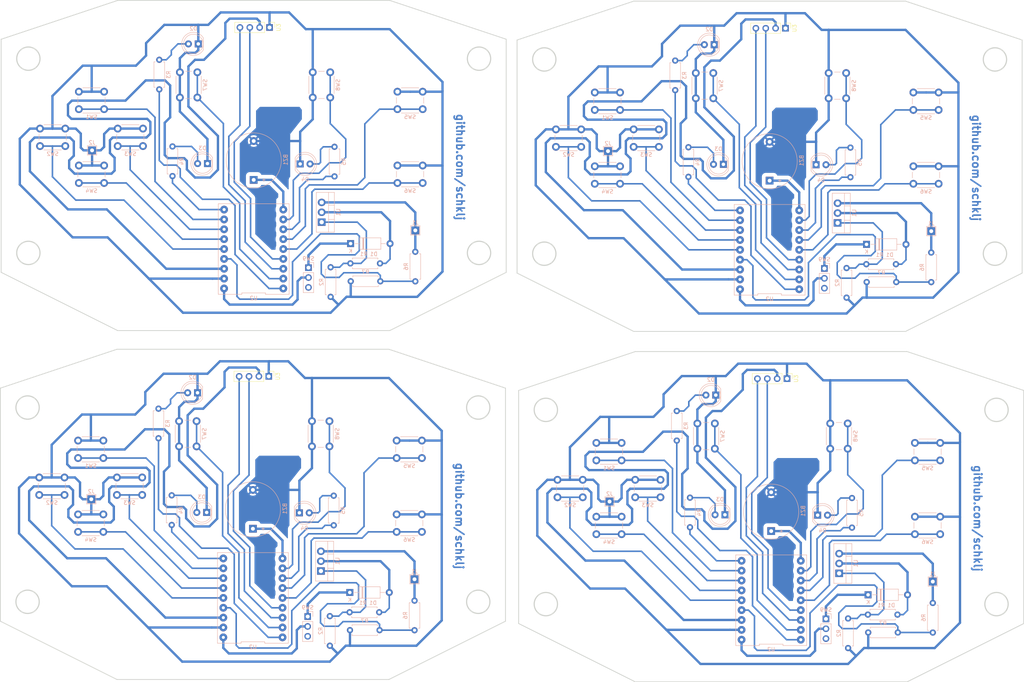
<source format=kicad_pcb>
(kicad_pcb (version 20240108) (generator "pcbnew") (generator_version "8.0")
  (title_block (title "TETRIS") (date "2025-03-30") (rev "2") (company "shklj"))
  (layers (0 "F.Cu" signal) (31 "B.Cu" signal) (34 "B.Paste" user) (35 "F.Paste" user) (36 "B.SilkS" user "B.Silkscreen") (37 "F.SilkS" user "F.Silkscreen") (38 "B.Mask" user) (39 "F.Mask" user) (44 "Edge.Cuts" user))
  (net 0 "")
  (net 1 "GND")
  (net 2 "Net-(D1-A)")
  (net 3 "Net-(D1-K)")
  (net 4 "Net-(D2-A)")
  (net 5 "Net-(D3-A)")
  (net 6 "Net-(D4-A)")
  (net 7 "Net-(J1-Pin_1)")
  (net 8 "Net-(U1-ADJ)")
  (net 10 "Buzzer")
  (net 11 "LED_Mute")
  (net 12 "LED_User_2")
  (net 13 "BUTT_Main_Menu")
  (net 14 "LED_User_1")
  (net 15 "BUTT_Up")
  (net 16 "BUTT_Action_A")
  (net 17 "BUTT_Action_B")
  (net 18 "BUTT_Mute")
  (net 19 "BATT_Voltage")
  (net 20 "BUTT_Left")
  (net 21 "BUTT_Right")
  (net 22 "BUTT_Down")
  (net 23 "+5V")
  (net 24 "SDA")
  (net 25 "+3.3V")
  (net 26 "SCL")
  (footprint "Connector_PinHeader_2.54mm:PinHeader_1x04_P2.54mm_Vertical" (layer "F.Cu") (at 86.88 23.57 -90)
    (property "Reference" "U3")
    (property "Value" "~")
  )
  (footprint "Connector_PinHeader_2.54mm:PinHeader_1x04_P2.54mm_Vertical" (layer "F.Cu") (at 220.08 113.97 -90)
    (property "Reference" "U3")
    (property "Value" "~")
  )
  (footprint "Connector_PinHeader_2.54mm:PinHeader_1x04_P2.54mm_Vertical" (layer "F.Cu") (at 219.68 23.77 -90)
    (property "Reference" "U3")
    (property "Value" "~")
  )
  (footprint "Connector_PinHeader_2.54mm:PinHeader_1x04_P2.54mm_Vertical" (layer "F.Cu") (at 86.68 113.37 -90)
    (property "Reference" "U3")
    (property "Value" "~")
  )
  (footprint "Resistor_THT:R_Axial_DIN0207_L6.3mm_D2.5mm_P7.62mm_Horizontal" (layer "B.Cu") (at 115.11 174.1 180)
    (property "Reference" "R1")
    (property "Value" "3k")
  )
  (footprint "Connector_PinHeader_2.54mm:PinHeader_1x03_P2.54mm_Vertical" (layer "B.Cu") (at 230.1 175.8 180)
    (property "Reference" "SW9")
    (property "Value" "SW_SPDT_312")
  )
  (footprint "Button_Switch_THT:SW_PUSH_6mm" (layer "B.Cu") (at 235.7 132 90)
    (property "Reference" "SW8")
    (property "Value" "MAIN_MENU")
  )
  (footprint "Button_Switch_THT:SW_PUSH_6mm" (layer "B.Cu") (at 171 154)
    (property "Reference" "SW4")
    (property "Value" "DOWN")
  )
  (footprint "Button_Switch_THT:SW_PUSH_6mm" (layer "B.Cu") (at 181 144.5)
    (property "Reference" "SW3")
    (property "Value" "LEFT")
  )
  (footprint "Button_Switch_THT:SW_PUSH_6mm" (layer "B.Cu") (at 119.8 44.6)
    (property "Reference" "SW5")
    (property "Value" "ACTION_A")
  )
  (footprint "Resistor_THT:R_Axial_DIN0207_L6.3mm_D2.5mm_P7.62mm_Horizontal" (layer "B.Cu") (at 248.6 179.3 180)
    (property "Reference" "R7")
    (property "Value" "5k1")
  )
  (footprint "RP2040:PR2040-Zero" (layer "B.Cu") (at 215.6 80.8 90)
    (property "Reference" "U2")
    (property "Value" "~")
  )
  (footprint "TestPoint:TestPoint_THTPad_2.0x2.0mm_Drill1.0mm" (layer "B.Cu") (at 174 55.4 180)
    (property "Reference" "J2")
    (property "Value" "GND")
  )
  (footprint "Resistor_THT:R_Axial_DIN0207_L6.3mm_D2.5mm_P7.62mm_Horizontal" (layer "B.Cu") (at 257.2 81.5 -90)
    (property "Reference" "R6")
    (property "Value" "5k1")
  )
  (footprint "Connector_PinHeader_2.54mm:PinHeader_1x03_P2.54mm_Vertical" (layer "B.Cu") (at 96.7 175.2 180)
    (property "Reference" "SW9")
    (property "Value" "SW_SPDT_312")
  )
  (footprint "LED_THT:LED_D5.0mm" (layer "B.Cu") (at 201.74 118.2 180)
    (property "Reference" "D2")
    (property "Value" "LED_MUTE")
  )
  (footprint "TestPoint:TestPoint_THTPad_2.0x2.0mm_Drill1.0mm" (layer "B.Cu") (at 257.2 76 180)
    (property "Reference" "J1")
    (property "Value" "Vbatt")
  )
  (footprint "Buzzer_Beeper:Buzzer_D14mm_H7mm_P10mm" (layer "B.Cu") (at 82.6 152.6 90)
    (property "Reference" "BZ1")
    (property "Value" "Buzzer")
  )
  (footprint "Resistor_THT:R_Axial_DIN0207_L6.3mm_D2.5mm_P7.62mm_Horizontal" (layer "B.Cu") (at 191.3 39.71 90)
    (property "Reference" "R3")
    (property "Value" "180")
  )
  (footprint "LED_THT:LED_D5.0mm" (layer "B.Cu") (at 70.7 148.4 180)
    (property "Reference" "D3")
    (property "Value" "LED_USER_2")
  )
  (footprint "Resistor_THT:R_Axial_DIN0207_L6.3mm_D2.5mm_P7.62mm_Horizontal" (layer "B.Cu") (at 61.7 151.62 90)
    (property "Reference" "R4")
    (property "Value" "180")
  )
  (footprint "Connector_PinHeader_2.54mm:PinHeader_1x03_P2.54mm_Vertical" (layer "B.Cu") (at 96.9 85.4 180)
    (property "Reference" "SW9")
    (property "Value" "SW_SPDT_312")
  )
  (footprint "Button_Switch_THT:SW_PUSH_6mm" (layer "B.Cu") (at 102.5 41.6 90)
    (property "Reference" "SW8")
    (property "Value" "MAIN_MENU")
  )
  (footprint "Diode_THT:D_A-405_P10.16mm_Horizontal" (layer "B.Cu") (at 107.74 79.2)
    (property "Reference" "D1")
    (property "Value" "D")
  )
  (footprint "RP2040:PR2040-Zero" (layer "B.Cu") (at 82.6 170.4 90)
    (property "Reference" "U2")
    (property "Value" "~")
  )
  (footprint "Package_TO_SOT_THT:TO-220-3_Vertical" (layer "B.Cu") (at 100.3 73.68 90)
    (property "Reference" "U1")
    (property "Value" "LM317_TO-220")
  )
  (footprint "Diode_THT:D_A-405_P10.16mm_Horizontal" (layer "B.Cu") (at 240.94 169.6)
    (property "Reference" "D1")
    (property "Value" "D")
  )
  (footprint "Resistor_THT:R_Axial_DIN0207_L6.3mm_D2.5mm_P7.62mm_Horizontal" (layer "B.Cu") (at 103.6 61.91 90)
    (property "Reference" "R5")
    (property "Value" "180")
  )
  (footprint "Button_Switch_THT:SW_PUSH_6mm" (layer "B.Cu") (at 27.6 143.9)
    (property "Reference" "SW2")
    (property "Value" "RIGHT")
  )
  (footprint "LED_THT:LED_D5.0mm" (layer "B.Cu") (at 203.7 58.8 180)
    (property "Reference" "D3")
    (property "Value" "LED_USER_2")
  )
  (footprint "Package_TO_SOT_THT:TO-220-3_Vertical" (layer "B.Cu") (at 233.1 73.88 90)
    (property "Reference" "U1")
    (property "Value" "LM317_TO-220")
  )
  (footprint "Button_Switch_THT:SW_PUSH_6mm" (layer "B.Cu") (at 47.6 143.9)
    (property "Reference" "SW3")
    (property "Value" "LEFT")
  )
  (footprint "Resistor_THT:R_Axial_DIN0207_L6.3mm_D2.5mm_P7.62mm_Horizontal" (layer "B.Cu") (at 115.2 178.7 180)
    (property "Reference" "R7")
    (property "Value" "5k1")
  )
  (footprint "Button_Switch_THT:SW_PUSH_6mm" (layer "B.Cu") (at 170.6 44.8)
    (property "Reference" "SW1")
    (property "Value" "UP")
  )
  (footprint "Button_Switch_THT:SW_PUSH_6mm" (layer "B.Cu") (at 161 144.5)
    (property "Reference" "SW2")
    (property "Value" "RIGHT")
  )
  (footprint "LED_THT:LED_D5.0mm" (layer "B.Cu") (at 70.9 58.6 180)
    (property "Reference" "D3")
    (property "Value" "LED_USER_2")
  )
  (footprint "TestPoint:TestPoint_THTPad_2.0x2.0mm_Drill1.0mm" (layer "B.Cu") (at 41.2 55.2 180)
    (property "Reference" "J2")
    (property "Value" "GND")
  )
  (footprint "Button_Switch_THT:SW_PUSH_6mm" (layer "B.Cu") (at 180.6 54.3)
    (property "Reference" "SW3")
    (property "Value" "LEFT")
  )
  (footprint "Button_Switch_THT:SW_PUSH_6mm" (layer "B.Cu") (at 201.5 132 90)
    (property "Reference" "SW7")
    (property "Value" "MUTE")
  )
  (footprint "Resistor_THT:R_Axial_DIN0207_L6.3mm_D2.5mm_P7.62mm_Horizontal" (layer "B.Cu") (at 124.4 81.3 -90)
    (property "Reference" "R6")
    (property "Value" "5k1")
  )
  (footprint "Button_Switch_THT:SW_PUSH_6mm" (layer "B.Cu") (at 160.6 54.3)
    (property "Reference" "SW2")
    (property "Value" "RIGHT")
  )
  (footprint "Resistor_THT:R_Axial_DIN0207_L6.3mm_D2.5mm_P7.62mm_Horizontal" (layer "B.Cu") (at 248.2 89.1 180)
    (property "Reference" "R7")
    (property "Value" "5k1")
  )
  (footprint "Resistor_THT:R_Axial_DIN0207_L6.3mm_D2.5mm_P7.62mm_Horizontal" (layer "B.Cu") (at 236.4 62.11 90)
    (property "Reference" "R5")
    (property "Value" "180")
  )
  (footprint "LED_THT:LED_D5.0mm" (layer "B.Cu") (at 227.56 58.9)
    (property "Reference" "D4")
    (property "Value" "LED_USER_1")
  )
  (footprint "LED_THT:LED_D5.0mm" (layer "B.Cu") (at 68.34 117.6 180)
    (property "Reference" "D2")
    (property "Value" "LED_MUTE")
  )
  (footprint "Package_TO_SOT_THT:TO-220-3_Vertical" (layer "B.Cu") (at 100.1 163.48 90)
    (property "Reference" "U1")
    (property "Value" "LM317_TO-220")
  )
  (footprint "Button_Switch_THT:SW_PUSH_6mm" (layer "B.Cu") (at 119.8 63.6)
    (property "Reference" "SW6")
    (property "Value" "ACTION_B")
  )
  (footprint "Resistor_THT:R_Axial_DIN0207_L6.3mm_D2.5mm_P7.62mm_Horizontal" (layer "B.Cu") (at 58.3 129.31 90)
    (property "Reference" "R3")
    (property "Value" "180")
  )
  (footprint "LED_THT:LED_D5.0mm" (layer "B.Cu") (at 94.56 148.5)
    (property "Reference" "D4")
    (property "Value" "LED_USER_1")
  )
  (footprint "Button_Switch_THT:SW_PUSH_6mm" (layer "B.Cu") (at 252.6 44.8)
    (property "Reference" "SW5")
    (property "Value" "ACTION_A")
  )
  (footprint "Button_Switch_THT:SW_PUSH_6mm" (layer "B.Cu") (at 37.8 63.6)
    (property "Reference" "SW4")
    (property "Value" "DOWN")
  )
  (footprint "Button_Switch_THT:SW_PUSH_6mm" (layer "B.Cu") (at 170.6 63.8)
    (property "Reference" "SW4")
    (property "Value" "DOWN")
  )
  (footprint "TestPoint:TestPoint_THTPad_2.0x2.0mm_Drill1.0mm" (layer "B.Cu") (at 124.4 75.8 180)
    (property "Reference" "J1")
    (property "Value" "Vbatt")
  )
  (footprint "Resistor_THT:R_Axial_DIN0207_L6.3mm_D2.5mm_P7.62mm_Horizontal" (layer "B.Cu") (at 248.11 84.5 180)
    (property "Reference" "R1")
    (property "Value" "3k")
  )
  (footprint "LED_THT:LED_D5.0mm" (layer "B.Cu") (at 204.1 149 180)
    (property "Reference" "D3")
    (property "Value" "LED_USER_2")
  )
  (footprint "TestPoint:TestPoint_THTPad_2.0x2.0mm_Drill1.0mm" (layer "B.Cu") (at 257.6 166.2 180)
    (property "Reference" "J1")
    (property "Value" "Vbatt")
  )
  (footprint "RP2040:PR2040-Zero" (layer "B.Cu") (at 82.8 80.6 90)
    (property "Reference" "U2")
    (property "Value" "~")
  )
  (footprint "Button_Switch_THT:SW_PUSH_6mm" (layer "B.Cu") (at 119.6 134.4)
    (property "Reference" "SW5")
    (property "Value" "ACTION_A")
  )
  (footprint "LED_THT:LED_D5.0mm" (layer "B.Cu") (at 227.96 149.1)
    (property "Reference" "D4")
    (property "Value" "LED_USER_1")
  )
  (footprint "Button_Switch_THT:SW_PUSH_6mm" (layer "B.Cu") (at 119.6 153.4)
    (property "Reference" "SW6")
    (property "Value" "ACTION_B")
  )
  (footprint "Resistor_THT:R_Axial_DIN0207_L6.3mm_D2.5mm_P7.62mm_Horizontal" (layer "B.Cu") (at 257.6 171.7 -90)
    (property "Reference" "R6")
    (property "Value" "5k1")
  )
  (footprint "Resistor_THT:R_Axial_DIN0207_L6.3mm_D2.5mm_P7.62mm_Horizontal" (layer "B.Cu") (at 115.4 88.9 180)
    (property "Reference" "R7")
    (property "Value" "5k1")
  )
  (footprint "LED_THT:LED_D5.0mm" (layer "B.Cu") (at 201.34 28 180)
    (property "Reference" "D2")
    (property "Value" "LED_MUTE")
  )
  (footprint "Resistor_THT:R_Axial_DIN0207_L6.3mm_D2.5mm_P7.62mm_Horizontal" (layer "B.Cu") (at 191.7 129.91 90)
    (property "Reference" "R3")
    (property "Value" "180")
  )
  (footprint "TestPoint:TestPoint_THTPad_2.0x2.0mm_Drill1.0mm" (layer "B.Cu") (at 124.2 165.6 180)
    (property "Reference" "J1")
    (property "Value" "Vbatt")
  )
  (footprint "LED_THT:LED_D5.0mm" (layer "B.Cu") (at 68.54 27.8 180)
    (property "Reference" "D2")
    (property "Value" "LED_MUTE")
  )
  (footprint "Button_Switch_THT:SW_PUSH_6mm" (layer "B.Cu") (at 235.3 41.8 90)
    (property "Reference" "SW8")
    (property "Value" "MAIN_MENU")
  )
  (footprint "Button_Switch_THT:SW_PUSH_6mm" (layer "B.Cu") (at 68.3 41.6 90)
    (property "Reference" "SW7")
    (property "Value" "MUTE")
  )
  (footprint "Resistor_THT:R_Axial_DIN0207_L6.3mm_D2.5mm_P7.62mm_Horizontal" (layer "B.Cu") (at 102.4 175.09 -90)
    (property "Reference" "R2")
    (property "Value" "8k2")
  )
  (footprint "Button_Switch_THT:SW_PUSH_6mm" (layer "B.Cu") (at 252.6 63.8)
    (property "Reference" "SW6")
    (property "Value" "ACTION_B")
  )
  (footprint "Button_Switch_THT:SW_PUSH_6mm" (layer "B.Cu") (at 68.1 131.4 90)
    (property "Reference" "SW7")
    (property "Value" "MUTE")
  )
  (footprint "TestPoint:TestPoint_THTPad_2.0x2.0mm_Drill1.0mm" (layer "B.Cu") (at 174.4 145.6 180)
    (property "Reference" "J2")
    (property "Value" "GND")
  )
  (footprint "Resistor_THT:R_Axial_DIN0207_L6.3mm_D2.5mm_P7.62mm_Horizontal" (layer "B.Cu") (at 235.8 175.69 -90)
    (property "Reference" "R2")
    (property "Value" "8k2")
  )
  (footprint "Resistor_THT:R_Axial_DIN0207_L6.3mm_D2.5mm_P7.62mm_Horizontal" (layer "B.Cu") (at 194.7 62.02 90)
    (property "Reference" "R4")
    (property "Value" "180")
  )
  (footprint "TestPoint:TestPoint_THTPad_2.0x2.0mm_Drill1.0mm" (layer "B.Cu") (at 41 145 180)
    (property "Reference" "J2")
    (property "Value" "GND")
  )
  (footprint "Button_Switch_THT:SW_PUSH_6mm" (layer "B.Cu") (at 37.8 44.6)
    (property "Reference" "SW1")
    (property "Value" "UP")
  )
  (footprint "Resistor_THT:R_Axial_DIN0207_L6.3mm_D2.5mm_P7.62mm_Horizontal" (layer "B.Cu") (at 248.51 174.7 180)
    (property "Reference" "R1")
    (property "Value" "3k")
  )
  (footprint "Resistor_THT:R_Axial_DIN0207_L6.3mm_D2.5mm_P7.62mm_Horizontal" (layer "B.Cu") (at 102.6 85.29 -90)
    (property "Reference" "R2")
    (property "Value" "8k2")
  )
  (footprint "Package_TO_SOT_THT:TO-220-3_Vertical" (layer "B.Cu") (at 233.5 164.08 90)
    (property "Reference" "U1")
    (property "Value" "LM317_TO-220")
  )
  (footprint "Button_Switch_THT:SW_PUSH_6mm" (layer "B.Cu") (at 253 154)
    (property "Reference" "SW6")
    (property "Value" "ACTION_B")
  )
  (footprint "Resistor_THT:R_Axial_DIN0207_L6.3mm_D2.5mm_P7.62mm_Horizontal" (layer "B.Cu") (at 195.1 152.22 90)
    (property "Reference" "R4")
    (property "Value" "180")
  )
  (footprint "Resistor_THT:R_Axial_DIN0207_L6.3mm_D2.5mm_P7.62mm_Horizontal" (layer "B.Cu") (at 58.5 39.51 90)
    (property "Reference" "R3")
    (property "Value" "180")
  )
  (footprint "Resistor_THT:R_Axial_DIN0207_L6.3mm_D2.5mm_P7.62mm_Horizontal" (layer "B.Cu") (at 61.9 61.82 90)
    (property "Reference" "R4")
    (property "Value" "180")
  )
  (footprint "Resistor_THT:R_Axial_DIN0207_L6.3mm_D2.5mm_P7.62mm_Horizontal" (layer "B.Cu") (at 235.4 85.49 -90)
    (property "Reference" "R2")
    (property "Value" "8k2")
  )
  (footprint "Resistor_THT:R_Axial_DIN0207_L6.3mm_D2.5mm_P7.62mm_Horizontal" (layer "B.Cu") (at 115.31 84.3 180)
    (property "Reference" "R1")
    (property "Value" "3k")
  )
  (footprint "Diode_THT:D_A-405_P10.16mm_Horizontal" (layer "B.Cu") (at 240.54 79.4)
    (property "Reference" "D1")
    (property "Value" "D")
  )
  (footprint "Resistor_THT:R_Axial_DIN0207_L6.3mm_D2.5mm_P7.62mm_Horizontal" (layer "B.Cu") (at 236.8 152.31 90)
    (property "Reference" "R5")
    (property "Value" "180")
  )
  (footprint "Buzzer_Beeper:Buzzer_D14mm_H7mm_P10mm" (layer "B.Cu") (at 215.6 63 90)
    (property "Reference" "BZ1")
    (property "Value" "Buzzer")
  )
  (footprint "Button_Switch_THT:SW_PUSH_6mm" (layer "B.Cu") (at 27.8 54.1)
    (property "Reference" "SW2")
    (property "Value" "RIGHT")
  )
  (footprint "Button_Switch_THT:SW_PUSH_6mm" (layer "B.Cu") (at 37.6 134.4)
    (property "Reference" "SW1")
    (property "Value" "UP")
  )
  (footprint "Button_Switch_THT:SW_PUSH_6mm" (layer "B.Cu") (at 47.8 54.1)
    (property "Reference" "SW3")
    (property "Value" "LEFT")
  )
  (footprint "Button_Switch_THT:SW_PUSH_6mm" (layer "B.Cu") (at 102.3 131.4 90)
    (property "Reference" "SW8")
    (property "Value" "MAIN_MENU")
  )
  (footprint "Button_Switch_THT:SW_PUSH_6mm" (layer "B.Cu") (at 253 135)
    (property "Reference" "SW5")
    (property "Value" "ACTION_A")
  )
  (footprint "LED_THT:LED_D5.0mm" (layer "B.Cu") (at 94.76 58.7)
    (property "Reference" "D4")
    (property "Value" "LED_USER_1")
  )
  (footprint "Button_Switch_THT:SW_PUSH_6mm" (layer "B.Cu") (at 171 135)
    (property "Reference" "SW1")
    (property "Value" "UP")
  )
  (footprint "Button_Switch_THT:SW_PUSH_6mm" (layer "B.Cu") (at 37.6 153.4)
    (property "Reference" "SW4")
    (property "Value" "DOWN")
  )
  (footprint "Connector_PinHeader_2.54mm:PinHeader_1x03_P2.54mm_Vertical" (layer "B.Cu") (at 229.7 85.6 180)
    (property "Reference" "SW9")
    (property "Value" "SW_SPDT_312")
  )
  (footprint "Resistor_THT:R_Axial_DIN0207_L6.3mm_D2.5mm_P7.62mm_Horizontal" (layer "B.Cu") (at 124.2 171.1 -90)
    (property "Reference" "R6")
    (property "Value" "5k1")
  )
  (footprint "Button_Switch_THT:SW_PUSH_6mm" (layer "B.Cu") (at 201.1 41.8 90)
    (property "Reference" "SW7")
    (property "Value" "MUTE")
  )
  (footprint "Buzzer_Beeper:Buzzer_D14mm_H7mm_P10mm" (layer "B.Cu") (at 216 153.2 90)
    (property "Reference" "BZ1")
    (property "Value" "Buzzer")
  )
  (footprint "Diode_THT:D_A-405_P10.16mm_Horizontal" (layer "B.Cu") (at 107.54 169)
    (property "Reference" "D1")
    (property "Value" "D")
  )
  (footprint "Resistor_THT:R_Axial_DIN0207_L6.3mm_D2.5mm_P7.62mm_Horizontal" (layer "B.Cu") (at 103.4 151.71 90)
    (property "Reference" "R5")
    (property "Value" "180")
  )
  (footprint "RP2040:PR2040-Zero" (layer "B.Cu") (at 216 171 90)
    (property "Reference" "U2")
    (property "Value" "~")
  )
  (footprint "Buzzer_Beeper:Buzzer_D14mm_H7mm_P10mm" (layer "B.Cu") (at 82.8 62.8 90)
    (property "Reference" "BZ1")
    (property "Value" "Buzzer")
  )
  (gr_circle (center 140.8 31.6) (end 143.8 31.6) (stroke (width 0.3)) (fill none) (layer "Edge.Cuts"))
  (gr_circle (center 274 172) (end 277 172) (stroke (width 0.3)) (fill none) (layer "Edge.Cuts"))
  (gr_line (start 151 117) (end 151 177) (stroke (width 0.2)) (layer "Edge.Cuts"))
  (gr_line (start 150.6 26.8) (end 150.6 86.8) (stroke (width 0.2)) (layer "Edge.Cuts"))
  (gr_line (start 147.6 116.4) (end 147.6 176.4) (stroke (width 0.2)) (layer "Edge.Cuts"))
  (gr_line (start 47.6 106.4) (end 17.6 116.4) (stroke (width 0.2)) (layer "Edge.Cuts"))
  (gr_line (start 181 107) (end 251 107) (stroke (width 0.2)) (layer "Edge.Cuts"))
  (gr_circle (center 273.6 81.8) (end 276.6 81.8) (stroke (width 0.3)) (fill none) (layer "Edge.Cuts"))
  (gr_line (start 17.6 116.4) (end 17.6 176.4) (stroke (width 0.2)) (layer "Edge.Cuts"))
  (gr_circle (center 140.6 121.4) (end 143.6 121.4) (stroke (width 0.3)) (fill none) (layer "Edge.Cuts"))
  (gr_line (start 117.8 16.6) (end 147.8 26.6) (stroke (width 0.2)) (layer "Edge.Cuts"))
  (gr_circle (center 24.8 81.6) (end 27.8 81.6) (stroke (width 0.3)) (fill none) (layer "Edge.Cuts"))
  (gr_line (start 47.6 191.4) (end 117.6 191.4) (stroke (width 0.2)) (layer "Edge.Cuts"))
  (gr_line (start 251 192) (end 281 177) (stroke (width 0.2)) (layer "Edge.Cuts"))
  (gr_circle (center 273.6 31.8) (end 276.6 31.8) (stroke (width 0.3)) (fill none) (layer "Edge.Cuts"))
  (gr_line (start 47.6 106.4) (end 117.6 106.4) (stroke (width 0.2)) (layer "Edge.Cuts"))
  (gr_line (start 250.6 101.8) (end 280.6 86.8) (stroke (width 0.2)) (layer "Edge.Cuts"))
  (gr_circle (center 24.8 31.6) (end 27.8 31.6) (stroke (width 0.3)) (fill none) (layer "Edge.Cuts"))
  (gr_line (start 180.6 16.8) (end 250.6 16.8) (stroke (width 0.2)) (layer "Edge.Cuts"))
  (gr_line (start 180.6 101.8) (end 150.6 86.8) (stroke (width 0.2)) (layer "Edge.Cuts"))
  (gr_line (start 47.8 101.6) (end 17.8 86.6) (stroke (width 0.2)) (layer "Edge.Cuts"))
  (gr_line (start 117.6 106.4) (end 147.6 116.4) (stroke (width 0.2)) (layer "Edge.Cuts"))
  (gr_line (start 180.6 101.8) (end 250.6 101.8) (stroke (width 0.2)) (layer "Edge.Cuts"))
  (gr_line (start 117.6 191.4) (end 147.6 176.4) (stroke (width 0.2)) (layer "Edge.Cuts"))
  (gr_line (start 47.8 16.6) (end 117.8 16.6) (stroke (width 0.2)) (layer "Edge.Cuts"))
  (gr_line (start 251 107) (end 281 117) (stroke (width 0.2)) (layer "Edge.Cuts"))
  (gr_circle (center 140.6 171.4) (end 143.6 171.4) (stroke (width 0.3)) (fill none) (layer "Edge.Cuts"))
  (gr_line (start 47.8 101.6) (end 117.8 101.6) (stroke (width 0.2)) (layer "Edge.Cuts"))
  (gr_line (start 47.8 16.6) (end 17.8 26.6) (stroke (width 0.2)) (layer "Edge.Cuts"))
  (gr_line (start 181 192) (end 251 192) (stroke (width 0.2)) (layer "Edge.Cuts"))
  (gr_circle (center 158 122) (end 161 122) (stroke (width 0.3)) (fill none) (layer "Edge.Cuts"))
  (gr_line (start 117.8 101.6) (end 147.8 86.6) (stroke (width 0.2)) (layer "Edge.Cuts"))
  (gr_line (start 181 107) (end 151 117) (stroke (width 0.2)) (layer "Edge.Cuts"))
  (gr_circle (center 274 122) (end 277 122) (stroke (width 0.3)) (fill none) (layer "Edge.Cuts"))
  (gr_line (start 17.8 26.6) (end 17.8 86.6) (stroke (width 0.2)) (layer "Edge.Cuts"))
  (gr_line (start 250.6 16.8) (end 280.6 26.8) (stroke (width 0.2)) (layer "Edge.Cuts"))
  (gr_circle (center 24.6 121.4) (end 27.6 121.4) (stroke (width 0.3)) (fill none) (layer "Edge.Cuts"))
  (gr_circle (center 158 172) (end 161 172) (stroke (width 0.3)) (fill none) (layer "Edge.Cuts"))
  (gr_line (start 281 117) (end 281 177) (stroke (width 0.2)) (layer "Edge.Cuts"))
  (gr_circle (center 24.6 171.4) (end 27.6 171.4) (stroke (width 0.3)) (fill none) (layer "Edge.Cuts"))
  (gr_line (start 180.6 16.8) (end 150.6 26.8) (stroke (width 0.2)) (layer "Edge.Cuts"))
  (gr_line (start 47.6 191.4) (end 17.6 176.4) (stroke (width 0.2)) (layer "Edge.Cuts"))
  (gr_circle (center 140.8 81.6) (end 143.8 81.6) (stroke (width 0.3)) (fill none) (layer "Edge.Cuts"))
  (gr_line (start 280.6 26.8) (end 280.6 86.8) (stroke (width 0.2)) (layer "Edge.Cuts"))
  (gr_line (start 181 192) (end 151 177) (stroke (width 0.2)) (layer "Edge.Cuts"))
  (gr_circle (center 157.6 81.8) (end 160.6 81.8) (stroke (width 0.3)) (fill none) (layer "Edge.Cuts"))
  (gr_line (start 147.8 26.6) (end 147.8 86.6) (stroke (width 0.2)) (layer "Edge.Cuts"))
  (gr_circle (center 157.6 31.8) (end 160.6 31.8) (stroke (width 0.3)) (fill none) (layer "Edge.Cuts"))
  (gr_text "github.com/schklj" (at 134.6 135.4 -90) (layer "B.Cu") (effects (font (size 2 2) (thickness 0.4) (bold yes)) (justify left bottom)))
  (gr_text "github.com/schklj" (at 267.6 45.8 -90) (layer "B.Cu") (effects (font (size 2 2) (thickness 0.4) (bold yes)) (justify left bottom)))
  (gr_text "github.com/schklj" (at 268 136 -90) (layer "B.Cu") (effects (font (size 2 2) (thickness 0.4) (bold yes)) (justify left bottom)))
  (gr_text "github.com/schklj" (at 134.8 45.6 -90) (layer "B.Cu") (effects (font (size 2 2) (thickness 0.4) (bold yes)) (justify left bottom)))
  (segment (start 22.6 64) (end 22.6 52.2) (width 0.6) (layer "B.Cu") (net 1))
  (segment (start 91.7 109.5) (end 96 113.8) (width 0.6) (layer "B.Cu") (net 1))
  (segment (start 240.58 93.09) (end 240.58 89.1) (width 0.6) (layer "B.Cu") (net 1))
  (segment (start 41.1 40) (end 41.1 33.6) (width 0.6) (layer "B.Cu") (net 1))
  (segment (start 25.2 49.6) (end 27.8 49.6) (width 0.6) (layer "B.Cu") (net 1))
  (segment (start 36 167.4) (end 22.4 153.8) (width 0.6) (layer "B.Cu") (net 1))
  (segment (start 38.1 140.7) (end 36.8 139.4) (width 0.6) (layer "B.Cu") (net 1))
  (segment (start 207.98 88.42) (end 205 88.42) (width 0.6) (layer "B.Cu") (net 1))
  (segment (start 122.9 129.9) (end 119.6 129.9) (width 0.6) (layer "B.Cu") (net 1))
  (segment (start 43.2 145) (end 41 145) (width 0.6) (layer "B.Cu") (net 1))
  (segment (start 41.2 55.2) (end 39 55.2) (width 0.6) (layer "B.Cu") (net 1))
  (segment (start 43.4 55.2) (end 41.2 55.2) (width 0.6) (layer "B.Cu") (net 1))
  (segment (start 22.6 52.2) (end 25.2 49.6) (width 0.6) (layer "B.Cu") (net 1))
  (segment (start 45.2 77.6) (end 36.2 77.6) (width 0.6) (layer "B.Cu") (net 1))
  (segment (start 200.6 30.3) (end 198 30.3) (width 0.6) (layer "B.Cu") (net 1))
  (segment (start 203.7 52.5) (end 203.7 58.8) (width 0.6) (layer "B.Cu") (net 1))
  (segment (start 172 123.8) (end 185.7 123.8) (width 0.6) (layer "B.Cu") (net 1))
  (segment (start 204.1 142.7) (end 204.1 149) (width 0.6) (layer "B.Cu") (net 1))
  (segment (start 256.3 130.5) (end 253 130.5) (width 0.6) (layer "B.Cu") (net 1))
  (segment (start 264.6 149.6) (end 264.6 130.3) (width 0.6) (layer "B.Cu") (net 1))
  (segment (start 30.8 139.4) (end 34.1 139.4) (width 0.6) (layer "B.Cu") (net 1))
  (segment (start 189.02 178.62) (end 178.4 168) (width 0.6) (layer "B.Cu") (net 1))
  (segment (start 207.1 19.9) (end 219.8 19.9) (width 0.6) (layer "B.Cu") (net 1))
  (segment (start 68.54 22.94) (end 68.5 22.9) (width 0.6) (layer "B.Cu") (net 1))
  (segment (start 155.8 154.4) (end 155.8 142.6) (width 0.6) (layer "B.Cu") (net 1))
  (segment (start 187.9 27.8) (end 192.6 23.1) (width 0.6) (layer "B.Cu") (net 1))
  (segment (start 55.82 88.22) (end 45.2 77.6) (width 0.6) (layer "B.Cu") (net 1))
  (segment (start 86.8 109.5) (end 91.7 109.5) (width 0.6) (layer "B.Cu") (net 1))
  (segment (start 94.56 140.24) (end 97.8 137) (width 0.6) (layer "B.Cu") (net 1))
  (segment (start 255.9 40.3) (end 252.6 40.3) (width 0.6) (layer "B.Cu") (net 1))
  (segment (start 74.3 19.7) (end 87 19.7) (width 0.6) (layer "B.Cu") (net 1))
  (segment (start 171.1 51.1) (end 169.8 49.8) (width 0.6) (layer "B.Cu") (net 1))
  (segment (start 131.4 86.4) (end 131.4 59.2) (width 0.6) (layer "B.Cu") (net 1))
  (segment (start 192.6 23.1) (end 201.3 23.1) (width 0.6) (layer "B.Cu") (net 1))
  (segment (start 47.8 49.6) (end 54.3 49.6) (width 0.6) (layer "B.Cu") (net 1))
  (segment (start 63.8 45.2) (end 70.9 52.3) (width 0.6) (layer "B.Cu") (net 1))
  (segment (start 205.4 178.62) (end 189.02 178.62) (width 0.6) (layer "B.Cu") (net 1))
  (segment (start 68.3 112.7) (end 70.9 112.7) (width 0.6) (layer "B.Cu") (net 1))
  (segment (start 102.6 92.91) (end 104.6 94.91) (width 0.6) (layer "B.Cu") (net 1))
  (segment (start 208.38 178.62) (end 205.4 178.62) (width 0.6) (layer "B.Cu") (net 1))
  (segment (start 68.5 22.9) (end 71.1 22.9) (width 0.6) (layer "B.Cu") (net 1))
  (segment (start 158 49.8) (end 160.6 49.8) (width 0.6) (layer "B.Cu") (net 1))
  (segment (start 106.51 182.69) (end 107.58 182.69) (width 0.6) (layer "B.Cu") (net 1))
  (segment (start 91.9 19.7) (end 96.2 24) (width 0.6) (layer "B.Cu") (net 1))
  (segment (start 63.8 31.5) (end 63.8 35.1) (width 0.6) (layer "B.Cu") (net 1))
  (segment (start 219.8 19.9) (end 224.7 19.9) (width 0.6) (layer "B.Cu") (net 1))
  (segment (start 72 178.02) (end 55.62 178.02) (width 0.6) (layer "B.Cu") (net 1))
  (segment (start 67.6 119.9) (end 65 119.9) (width 0.6) (layer "B.Cu") (net 1))
  (segment (start 131.4 59.2) (end 131.4 39.9) (width 0.6) (layer "B.Cu") (net 1))
  (segment (start 38.6 123.2) (end 52.3 123.2) (width 0.6) (layer "B.Cu") (net 1))
  (segment (start 239.51 93.09) (end 240.58 93.09) (width 0.6) (layer "B.Cu") (net 1))
  (segment (start 174.4 145.6) (end 174.4 149.5) (width 0.6) (layer "B.Cu") (net 1))
  (segment (start 230.8 47.4) (end 230.8 41.8) (width 0.6) (layer "B.Cu") (net 1))
  (segment (start 225.1 110.1) (end 229.4 114.4) (width 0.6) (layer "B.Cu") (net 1))
  (segment (start 197 132) (end 197 135.6) (width 0.6) (layer "B.Cu") (net 1))
  (segment (start 68.34 119.16) (end 67.6 119.9) (width 0.6) (layer "B.Cu") (net 1))
  (segment (start 25 139.4) (end 27.6 139.4) (width 0.6) (layer "B.Cu") (net 1))
  (segment (start 240.6 93.11) (end 257.69 93.11) (width 0.6) (layer "B.Cu") (net 1))
  (segment (start 96.2 24) (end 98 24) (width 0.6) (layer "B.Cu") (net 1))
  (segment (start 253 149.5) (end 259.5 149.5) (width 0.6) (layer "B.Cu") (net 1))
  (segment (start 59.6 112.7) (end 68.3 112.7) (width 0.6) (layer "B.Cu") (net 1))
  (segment (start 164.2 140) (end 164.2 131.6) (width 0.6) (layer "B.Cu") (net 1))
  (segment (start 64.6 97) (end 102.6 97) (width 0.6) (layer "B.Cu") (net 1))
  (segment (start 38.8 33.4) (end 52.5 33.4) (width 0.6) (layer "B.Cu") (net 1))
  (segment (start 174.4 149.5) (end 177.5 149.5) (width 0.6) (layer "B.Cu") (net 1))
  (segment (start 52.3 123.2) (end 54.9 120.6) (width 0.6) (layer "B.Cu") (net 1))
  (segment (start 188.62 88.42) (end 197.4 97.2) (width 0.6) (layer "B.Cu") (net 1))
  (segment (start 239.91 183.29) (end 240.98 183.29) (width 0.6) (layer "B.Cu") (net 1))
  (segment (start 36.8 139.4) (end 34.1 139.4) (width 0.6) (layer "B.Cu") (net 1))
  (segment (start 68.54 27.8) (end 68.54 22.94) (width 0.6) (layer "B.Cu") (net 1))
  (segment (start 86.88 23.57) (end 86.88 19.82) (width 0.6) (layer "B.Cu") (net 1))
  (segment (start 198.4 120.5) (end 197 121.9) (width 0.6) (layer "B.Cu") (net 1))
  (segment (start 36.2 77.6) (end 22.6 64) (width 0.6) (layer "B.Cu") (net 1))
  (segment (start 196.6 31.7) (end 196.6 35.3) (width 0.6) (layer "B.Cu") (net 1))
  (segment (start 86.88 19.82) (end 87 19.7) (width 0.6) (layer "B.Cu") (net 1))
  (segment (start 171.8 55.4) (end 171.1 54.7) (width 0.6) (layer "B.Cu") (net 1))
  (segment (start 259.5 149.5) (end 264.5 149.5) (width 0.6) (layer "B.Cu") (net 1))
  (segment (start 68.34 112.74) (end 68.3 112.7) (width 0.6) (layer "B.Cu") (net 1))
  (segment (start 201 120.5) (end 198.4 120.5) (width 0.6) (layer "B.Cu") (net 1))
  (segment (start 164.2 131.6) (end 172 123.8) (width 0.6) (layer "B.Cu") (net 1))
  (segment (start 201.34 28) (end 201.34 23.14) (width 0.6) (layer "B.Cu") (net 1))
  (segment (start 102.4 186.8) (end 104.4 184.8) (width 0.6) (layer "B.Cu") (net 1))
  (segment (start 47.8 49.6) (end 45.7 49.6) (width 0.6) (layer "B.Cu") (net 1))
  (segment (start 119.8 59.1) (end 126.3 59.1) (width 0.6) (layer "B.Cu") (net 1))
  (segment (start 104.4 184.8) (end 106.51 182.69) (width 0.6) (layer "B.Cu") (net 1))
  (segment (start 197 121.9) (end 197 125.5) (width 0.6) (layer "B.Cu") (net 1))
  (segment (start 55.1 27.6) (end 59.8 22.9) (width 0.6) (layer "B.Cu") (net 1))
  (segment (start 38.3 50.9) (end 37 49.6) (width 0.6) (layer "B.Cu") (net 1))
  (segment (start 47.6 139.4) (end 54.1 139.4) (width 0.6) (layer "B.Cu") (net 1))
  (segment (start 131.4 37.6) (end 131.4 39.9) (width 0.6) (layer "B.Cu") (net 1))
  (segment (start 94.76 52.8) (end 94.76 50.44) (width 0.6) (layer "B.Cu") (net 1))
  (segment (start 126.3 40.1) (end 123.1 40.1) (width 0.6) (layer "B.Cu") (net 1))
  (segment (start 164.2 140) (end 167.5 140) (width 0.6) (layer "B.Cu") (net 1))
  (segment (start 207.5 110.1) (end 220.2 110.1) (width 0.6) (layer "B.Cu") (net 1))
  (segment (start 188.3 118) (end 193 113.3) (width 0.6) (layer "B.Cu") (net 1))
  (segment (start 231.2 114.4) (end 251 114.4) (width 0.6) (layer "B.Cu") (net 1))
  (segment (start 65 119.9) (end 63.6 121.3) (width 0.6) (layer "B.Cu") (net 1))
  (segment (start 205 88.42) (end 188.62 88.42) (width 0.6) (layer "B.Cu") (net 1))
  (segment (start 171.6 33.6) (end 185.3 33.6) (width 0.6) (layer "B.Cu") (net 1))
  (segment (start 174 55.4) (end 174 59.3) (width 0.6) (layer "B.Cu") (net 1))
  (segment (start 158.4 140) (end 161 140) (width 0.6) (layer "B.Cu") (net 1))
  (segment (start 64.4 186.8) (end 102.4 186.8) (width 0.6) (layer "B.Cu") (net 1))
  (segment (start 235.8 183.31) (end 237.8 185.31) (width 0.6) (layer "B.Cu") (net 1))
  (segment (start 231.2 137.6) (end 231.2 132) (width 0.6) (layer "B.Cu") (net 1))
  (segment (start 227.56 50.64) (end 230.8 47.4) (width 0.6) (layer "B.Cu") (net 1))
  (segment (start 219.68 23.77) (end 219.68 20.02) (width 0.6) (layer "B.Cu") (net 1))
  (segment (start 119.6 148.9) (end 126.1 148.9) (width 0.6) (layer "B.Cu") (net 1))
  (segment (start 59.8 22.9) (end 68.5 22.9) (width 0.6) (layer "B.Cu") (net 1))
  (segment (start 94.76 58.7) (end 94.76 52.8) (width 0.6) (layer "B.Cu") (net 1))
  (segment (start 65.2 30.1) (end 63.8 31.5) (width 0.6) (layer "B.Cu") (net 1))
  (segment (start 174 59.3) (end 177.1 59.3) (width 0.6) (layer "B.Cu") (net 1))
  (segment (start 44.3 40.1) (end 41 40.1) (width 0.6) (layer "B.Cu") (net 1))
  (segment (start 163.8 41.4) (end 171.6 33.6) (width 0.6) (layer "B.Cu") (net 1))
  (segment (start 201.34 23.14) (end 201.3 23.1) (width 0.6) (layer "B.Cu") (net 1))
  (segment (start 123.1 40.1) (end 119.8 40.1) (width 0.6) (layer "B.Cu") (net 1))
  (segment (start 264.6 128) (end 264.6 130.3) (width 0.6) (layer "B.Cu") (net 1))
  (segment (start 201.74 119.76) (end 201 120.5) (width 0.6) (layer "B.Cu") (net 1))
  (segment (start 97.8 131.4) (end 97.8 124.9) (width 0.6) (layer "B.Cu") (net 1))
  (segment (start 31 49.6) (end 31 41.2) (width 0.6) (layer "B.Cu") (net 1))
  (segment (start 180.6 49.8) (end 187.1 49.8) (width 0.6) (layer "B.Cu") (net 1))
  (segment (start 185.3 33.6) (end 187.9 31) (width 0.6) (layer "B.Cu") (net 1))
  (segment (start 171 149.5) (end 174.4 149.5) (width 0.6) (layer "B.Cu") (net 1))
  (segment (start 163.8 49.8) (end 163.8 41.4) (width 0.6) (layer "B.Cu") (net 1))
  (segment (start 227.96 143.2) (end 227.96 140.84) (width 0.6) (layer "B.Cu") (net 1))
  (segment (start 55.1 30.8) (end 55.1 27.6) (width 0.6) (layer "B.Cu") (net 1))
  (segment (start 124.89 92.91) (end 131.4 86.4) (width 0.6) (layer "B.Cu") (net 1))
  (segment (start 102.4 182.71) (end 104.4 184.71) (width 0.6) (layer "B.Cu") (net 1))
  (segment (start 45.7 49.6) (end 44.3 51) (width 0.6) (layer "B.Cu") (net 1))
  (segment (start 41 40.1) (end 37.8 40.1) (width 0.6) (layer "B.Cu") (net 1))
  (segment (start 70.7 142.1) (end 70.7 148.4) (width 0.6) (layer "B.Cu") (net 1))
  (segment (start 193 113.3) (end 201.7 113.3) (width 0.6) (layer "B.Cu") (net 1))
  (segment (start 160.6 49.8) (end 163.8 49.8) (width 0.6) (layer "B.Cu") (net 1))
  (segment (start 44.3 51) (end 44.3 54.3) (width 0.6) (layer "B.Cu") (net 1))
  (segment (start 176.2 55.4) (end 174 55.4) (width 0.6) (layer "B.Cu") (net 1))
  (segment (start 44.1 129.9) (end 40.8 129.9) (width 0.6) (layer "B.Cu") (net 1))
  (segment (start 96 113.8) (end 97.8 113.8) (width 0.6) (layer "B.Cu") (net 1))
  (segment (start 117.6 113.8) (end 131.2 127.4) (width 0.6) (layer "B.Cu") (net 1))
  (segment (start 178.5 49.8) (end 177.1 51.2) (width 0.6) (layer "B.Cu") (net 1))
  (segment (start 47.6 139.4) (end 45.5 139.4) (width 0.6) (layer "B.Cu") (net 1))
  (segment (start 230.8 24.2) (end 250.6 24.2) (width 0.6) (layer "B.Cu") (net 1))
  (segment (start 54.9 120.6) (end 54.9 117.4) (width 0.6) (layer "B.Cu") (net 1))
  (segment (start 197.8 187.4) (end 235.8 187.4) (width 0.6) (layer "B.Cu") (net 1))
  (segment (start 177.5 141.4) (end 177.5 144.7) (width 0.6) (layer "B.Cu") (net 1))
  (segment (start 68.34 117.6) (end 68.34 119.16) (width 0.6) (layer "B.Cu") (net 1))
  (segment (start 259.1 40.3) (end 255.9 40.3) (width 0.6) (layer "B.Cu") (net 1))
  (segment (start 31 49.6) (end 34.3 49.6) (width 0.6) (layer "B.Cu") (net 1))
  (segment (start 37.6 148.9) (end 41 148.9) (width 0.6) (layer "B.Cu") (net 1))
  (segment (start 87 19.7) (end 91.9 19.7) (width 0.6) (layer "B.Cu") (net 1))
  (segment (start 97.8 113.8) (end 117.6 113.8) (width 0.6) (layer "B.Cu") (net 1))
  (segment (start 170.6 59.3) (end 174 59.3) (width 0.6) (layer "B.Cu") (net 1))
  (segment (start 126.3 40.1) (end 131.2 40.1) (width 0.6) (layer "B.Cu") (net 1))
  (segment (start 38.1 144.3) (end 38.1 140.7) (width 0.6) (layer "B.Cu") (net 1))
  (segment (start 94.56 148.5) (end 94.56 142.6) (width 0.6) (layer "B.Cu") (net 1))
  (segment (start 177.1 54.5) (end 176.2 55.4) (width 0.6) (layer "B.Cu") (net 1))
  (segment (start 170.2 140) (end 167.5 140) (width 0.6) (layer "B.Cu") (net 1))
  (segment (start 107.6 182.71) (end 124.69 182.71) (width 0.6) (layer "B.Cu") (net 1))
  (segment (start 41 145) (end 38.8 145) (width 0.6) (layer "B.Cu") (net 1))
  (segment (start 178 77.8) (end 169 77.8) (width 0.6) (layer "B.Cu") (net 1))
  (segment (start 74.98 178.02) (end 72 178.02) (width 0.6) (layer "B.Cu") (net 1))
  (segment (start 252.6 59.3) (end 259.1 59.3) (width 0.6) (layer "B.Cu") (net 1))
  (segment (start 86.68 109.62) (end 86.8 109.5) (width 0.6) (layer "B.Cu") (net 1))
  (segment (start 201.74 118.2) (end 201.74 119.76) (width 0.6) (layer "B.Cu") (net 1))
  (segment (start 229.4 114.4) (end 231.2 114.4) (width 0.6) (layer "B.Cu") (net 1))
  (segment (start 22.4 153.8) (end 22.4 142) (width 0.6) (layer "B.Cu") (net 1))
  (segment (start 55.82 88.22) (end 64.6 97) (width 0.6) (layer "B.Cu") (net 1))
  (segment (start 169.4 168) (end 155.8 154.4) (width 0.6) (layer "B.Cu") (net 1))
  (segment (start 41 148.9) (end 44.1 148.9) (width 0.6) (layer "B.Cu") (net 1))
  (segment (start 258.09 183.31) (end 264.6 176.8) (width 0.6) (layer "B.Cu") (net 1))
  (segment (start 71.1 22.9) (end 74.3 19.7) (width 0.6) (layer "B.Cu") (net 1))
  (segment (start 227.56 58.9) (end 227.56 53) (width 0.6) (layer "B.Cu") (net 1))
  (segment (start 94.56 142.6) (end 94.56 140.24) (width 0.6) (layer "B.Cu") (net 1))
  (segment (start 97.8 137) (end 97.8 131.4) (width 0.6) (layer "B.Cu") (net 1))
  (segment (start 86.68 113.37) (end 86.68 109.62) (width 0.6) (layer "B.Cu") (net 1))
  (segment (start 155.4 52.4) (end 158 49.8) (width 0.6) (layer "B.Cu") (net 1))
  (segment (start 37 49.6) (end 34.3 49.6) (width 0.6) (layer "B.Cu") (net 1))
  (segment (start 259.5 130.5) (end 264.4 130.5) (width 0.6) (layer "B.Cu") (net 1))
  (segment (start 231.2 125.5) (end 231.2 114.4) (width 0.6) (layer "B.Cu") (net 1))
  (segment (start 227.56 53) (end 227.56 50.64) (width 0.6) (layer "B.Cu") (net 1))
  (segment (start 107.8 92.91) (end 124.89 92.91) (width 0.6) (layer "B.Cu") (net 1))
  (segment (start 107.58 182.69) (end 107.58 178.7) (width 0.6) (layer "B.Cu") (net 1))
  (segment (start 40.8 129.9) (end 37.6 129.9) (width 0.6) (layer "B.Cu") (net 1))
  (segment (start 131.2 149) (end 131.2 129.7) (width 0.6) (layer "B.Cu") (net 1))
  (segment (start 196.6 45.4) (end 203.7 52.5) (width 0.6) (layer "B.Cu") (net 1))
  (segment (start 68.34 117.6) (end 68.34 112.74) (width 0.6) (layer "B.Cu") (net 1))
  (segment (start 203.9 23.1) (end 207.1 19.9) (width 0.6) (layer "B.Cu") (net 1))
  (segment (start 230.8 35.3) (end 230.8 24.2) (width 0.6) (layer "B.Cu") (net 1))
  (segment (start 74.1 109.5) (end 86.8 109.5) (width 0.6) (layer "B.Cu") (net 1))
  (segment (start 227.96 149.1) (end 227.96 143.2) (width 0.6) (layer "B.Cu") (net 1))
  (segment (start 201.7 113.3) (end 204.3 113.3) (width 0.6) (layer "B.Cu") (net 1))
  (segment (start 117.8 24) (end 131.4 37.6) (width 0.6) (layer "B.Cu") (net 1))
  (segment (start 187.9 31) (end 187.9 27.8) (width 0.6) (layer "B.Cu") (net 1))
  (segment (start 94.76 50.44) (end 98 47.2) (width 0.6) (layer "B.Cu") (net 1))
  (segment (start 171.1 54.7) (end 171.1 51.1) (width 0.6) (layer "B.Cu") (net 1))
  (segment (start 178.4 168) (end 169.4 168) (width 0.6) (layer "B.Cu") (net 1))
  (segment (start 181 140) (end 178.9 140) (width 0.6) (layer "B.Cu") (net 1))
  (segment (start 174.3 130.4) (end 174.3 124) (width 0.6) (layer "B.Cu") (net 1))
  (segment (start 171.5 141.3) (end 170.2 140) (width 0.6) (layer "B.Cu") (net 1))
  (segment (start 188.3 121.2) (end 188.3 118) (width 0.6) (layer "B.Cu") (net 1))
  (segment (start 44.1 144.1) (end 43.2 145) (width 0.6) (layer "B.Cu") (net 1))
  (segment (start 52.5 33.4) (end 55.1 30.8) (width 0.6) (layer "B.Cu") (net 1))
  (segment (start 201.74 118.2) (end 201.74 113.34) (width 0.6) (layer "B.Cu") (net 1))
  (segment (start 201.3 23.1) (end 203.9 23.1) (width 0.6) (layer "B.Cu") (net 1))
  (segment (start 104.6 95) (end 106.71 92.89) (width 0.6) (layer "B.Cu") (net 1))
  (segment (start 177.5 130.5) (end 174.2 130.5) (width 0.6) (layer "B.Cu") (net 1))
  (segment (start 173.8 40.3) (end 170.6 40.3) (width 0.6) (layer "B.Cu") (net 1))
  (segment (start 107.78 92.89) (end 107.78 88.9) (width 0.6) (layer "B.Cu") (net 1))
  (segment (start 27.8 49.6) (end 31 49.6) (width 0.6) (layer "B.Cu") (net 1))
  (segment (start 63.8 41.6) (end 63.8 45.2) (width 0.6) (layer "B.Cu") (net 1))
  (segment (start 75.18 88.22) (end 72.2 88.22) (width 0.6) (layer "B.Cu") (net 1))
  (segment (start 241 183.31) (end 258.09 183.31) (width 0.6) (layer "B.Cu") (net 1))
  (segment (start 188.62 88.42) (end 178 77.8) (width 0.6) (layer "B.Cu") (net 1))
  (segment (start 97.8 124.9) (end 97.8 113.8) (width 0.6) (layer "B.Cu") (net 1))
  (segment (start 63.6 131.4) (end 63.6 135) (width 0.6) (layer "B.Cu") (net 1))
  (segment (start 259.5 130.5) (end 256.3 130.5) (width 0.6) (layer "B.Cu") (net 1))
  (segment (start 55.62 178.02) (end 64.4 186.8) (width 0.6) (layer "B.Cu") (net 1))
  (segment (start 126.3 59.1) (end 131.3 59.1) (width 0.6) (layer "B.Cu") (net 1))
  (segment (start 98 24) (end 117.8 24) (width 0.6) (layer "B.Cu") (net 1))
  (segment (start 72.2 88.22) (end 55.82 88.22) (width 0.6) (layer "B.Cu") (net 1))
  (segment (start 45.5 139.4) (end 44.1 140.8) (width 0.6) (layer "B.Cu") (net 1))
  (segment (start 27.6 139.4) (end 30.8 139.4) (width 0.6) (layer "B.Cu") (net 1))
  (segment (start 220.2 110.1) (end 225.1 110.1) (width 0.6) (layer "B.Cu") (net 1))
  (segment (start 235.4 97.2) (end 237.4 95.2) (width 0.6) (layer "B.Cu") (net 1))
  (segment (start 98 47.2) (end 98 41.6) (width 0.6) (layer "B.Cu") (net 1))
  (segment (start 106.71 92.89) (end 107.78 92.89) (width 0.6) (layer "B.Cu") (net 1))
  (segment (start 257.69 93.11) (end 264.2 86.6) (width 0.6) (layer "B.Cu") (net 1))
  (segment (start 39 55.2) (end 38.3 54.5) (width 0.6) (layer "B.Cu") (net 1))
  (segment (start 250.6 24.2) (end 264.2 37.8) (width 0.6) (layer "B.Cu") (net 1))
  (segment (start 70.9 52.3) (end 70.9 58.6) (width 0.6) (layer "B.Cu") (net 1))
  (segment (start 197 132) (end 197 125.5) (width 0.6) (layer "B.Cu") (net 1))
  (segment (start 169 77.8) (end 155.4 64.2) (width 0.6) (layer "B.Cu") (net 1))
  (segment (start 201.74 113.34) (end 201.7 113.3) (width 0.6) (layer "B.Cu") (net 1))
  (segment (start 196.6 41.8) (end 196.6 45.4) (width 0.6) (layer "B.Cu") (net 1))
  (segment (start 98 41.6) (end 98 35.1) (width 0.6) (layer "B.Cu") (net 1))
  (segment (start 251 114.4) (end 264.6 128) (width 0.6) (layer "B.Cu") (net 1))
  (segment (start 68.54 27.8) (end 68.54 29.36) (width 0.6) (layer "B.Cu") (net 1))
  (segment (start 204.3 113.3) (end 207.5 110.1) (width 0.6) (layer "B.Cu") (net 1))
  (segment (start 82.6 142.6) (end 94.56 142.6) (width 0.6) (layer "B.Cu") (net 1))
  (segment (start 201.34 29.56) (end 200.6 30.3) (width 0.6) (layer "B.Cu") (net 1))
  (segment (start 197 135.6) (end 204.1 142.7) (width 0.6) (layer "B.Cu") (net 1))
  (segment (start 44.3 54.3) (end 43.4 55.2) (width 0.6) (layer "B.Cu") (net 1))
  (segment (start 215.6 53) (end 227.56 53) (width 0.6) (layer "B.Cu") (net 1))
  (segment (start 220.08 110.22) (end 220.2 110.1) (width 0.6) (layer "B.Cu") (net 1))
  (segment (start 126.1 129.9) (end 131 129.9) (width 0.6) (layer "B.Cu") (net 1))
  (segment (start 98 35.1) (end 98 24) (width 0.6) (layer "B.Cu") (net 1))
  (segment (start 131.2 127.4) (end 131.2 129.7) (width 0.6) (layer "B.Cu") (net 1))
  (segment (start 216 143.2) (end 227.96 143.2) (width 0.6) (layer "B.Cu") (net 1))
  (segment (start 63.6 135) (end 70.7 142.1) (width 0.6) (layer "B.Cu") (net 1))
  (segment (start 240.98 183.29) (end 240.98 179.3) (width 0.6) (layer "B.Cu") (net 1))
  (segment (start 220.08 113.97) (end 220.08 110.22) (width 0.6) (layer "B.Cu") (net 1))
  (segment (start 41.2 55.2) (end 41.2 59.1) (width 0.6) (layer "B.Cu") (net 1))
  (segment (start 126.1 148.9) (end 131.1 148.9) (width 0.6) (layer "B.Cu") (net 1))
  (segment (start 70.9 112.7) (end 74.1 109.5) (width 0.6) (layer "B.Cu") (net 1))
  (segment (start 55.62 178.02) (end 45 167.4) (width 0.6) (layer "B.Cu") (net 1))
  (segment (start 174.2 130.5) (end 171 130.5) (width 0.6) (layer "B.Cu") (net 1))
  (segment (start 264.2 37.8) (end 264.2 40.1) (width 0.6) (layer "B.Cu") (net 1))
  (segment (start 171.5 144.9) (end 171.5 141.3) (width 0.6) (layer "B.Cu") (net 1))
  (segment (start 264.2 59.4) (end 264.2 40.1) (width 0.6) (layer "B.Cu") (net 1))
  (segment (start 22.4 142) (end 25 139.4) (width 0.6) (layer "B.Cu") (net 1))
  (segment (start 178.9 140) (end 177.5 141.4) (width 0.6) (layer "B.Cu") (net 1))
  (segment (start 237.4 95.2) (end 239.51 93.09) (width 0.6) (layer "B.Cu") (net 1))
  (segment (start 235.8 187.4) (end 237.8 185.4) (width 0.6) (layer "B.Cu") (net 1))
  (segment (start 126.1 129.9) (end 122.9 129.9) (width 0.6) (layer "B.Cu") (net 1))
  (segment (start 177.5 144.7) (end 176.6 145.6) (width 0.6) (layer "B.Cu") (net 1))
  (segment (start 181 140) (end 187.5 140) (width 0.6) (layer "B.Cu") (net 1))
  (segment (start 172.2 145.6) (end 171.5 144.9) (width 0.6) (layer "B.Cu") (net 1))
  (segment (start 45 167.4) (end 36 167.4) (width 0.6) (layer "B.Cu") (net 1))
  (segment (start 63.6 121.3) (end 63.6 124.9) (width 0.6) (layer "B.Cu") (net 1))
  (segment (start 38.8 145) (end 38.1 144.3) (width 0.6) (layer "B.Cu") (net 1))
  (segment (start 230.8 41.8) (end 230.8 35.3) (width 0.6) (layer "B.Cu") (net 1))
  (segment (start 41.2 59.1) (end 44.3 59.1) (width 0.6) (layer "B.Cu") (net 1))
  (segment (start 155.8 142.6) (end 158.4 140) (width 0.6) (layer "B.Cu") (net 1))
  (segment (start 63.8 41.6) (end 63.8 35.1) (width 0.6) (layer "B.Cu") (net 1))
  (segment (start 237.8 185.4) (end 239.91 183.29) (width 0.6) (layer "B.Cu") (net 1))
  (segment (start 124.69 182.71) (end 131.2 176.2) (width 0.6) (layer "B.Cu") (net 1))
  (segment (start 177.1 51.2) (end 177.1 54.5) (width 0.6) (layer "B.Cu") (net 1))
  (segment (start 235.4 93.11) (end 237.4 95.11) (width 0.6) (layer "B.Cu") (net 1))
  (segment (start 227.96 140.84) (end 231.2 137.6) (width 0.6) (layer "B.Cu") (net 1))
  (segment (start 259.1 59.3) (end 264.1 59.3) (width 0.6) (layer "B.Cu") (net 1))
  (segment (start 68.54 29.36) (end 67.8 30.1) (width 0.6) (layer "B.Cu") (net 1))
  (segment (start 67.8 30.1) (end 65.2 30.1) (width 0.6) (layer "B.Cu") (net 1))
  (segment (start 177.1 40.3) (end 173.8 40.3) (width 0.6) (layer "B.Cu") (net 1))
  (segment (start 259.1 40.3) (end 264 40.3) (width 0.6) (layer "B.Cu") (net 1))
  (segment (start 82.8 52.8) (end 94.76 52.8) (width 0.6) (layer "B.Cu") (net 1))
  (segment (start 219.68 20.02) (end 219.8 19.9) (width 0.6) (layer "B.Cu") (net 1))
  (segment (start 37.8 59.1) (end 41.2 59.1) (width 0.6) (layer "B.Cu") (net 1))
  (segment (start 30.8 131) (end 38.6 123.2) (width 0.6) (layer "B.Cu") (net 1))
  (segment (start 173.9 40.2) (end 173.9 33.8) (width 0.6) (layer "B.Cu") (net 1))
  (segment (start 131.2 176.2) (end 131.2 149) (width 0.6) (layer "B.Cu") (net 1))
  (segment (start 63.6 131.4) (end 63.6 124.9) (width 0.6) (layer "B.Cu") (net 1))
  (segment (start 196.6 41.8) (end 196.6 35.3) (width 0.6) (layer "B.Cu") (net 1))
  (segment (start 41 145) (end 41 148.9) (width 0.6) (layer "B.Cu") (net 1))
  (segment (start 169.8 49.8) (end 167.1 49.8) (width 0.6) (layer "B.Cu") (net 1))
  (segment (start 197.4 97.2) (end 235.4 97.2) (width 0.6) (layer "B.Cu") (net 1))
  (segment (start 44.1 140.8) (end 44.1 144.1) (width 0.6) (layer "B.Cu") (net 1))
  (segment (start 231.2 132) (end 231.2 125.5) (width 0.6) (layer "B.Cu") (net 1))
  (segment (start 180.6 49.8) (end 178.5 49.8) (width 0.6) (layer "B.Cu") (net 1))
  (segment (start 189.02 178.62) (end 197.8 187.4) (width 0.6) (layer "B.Cu") (net 1))
  (segment (start 185.7 123.8) (end 188.3 121.2) (width 0.6) (layer "B.Cu") (net 1))
  (segment (start 174.4 145.6) (end 172.2 145.6) (width 0.6) (layer "B.Cu") (net 1))
  (segment (start 264.6 176.8) (end 264.6 149.6) (width 0.6) (layer "B.Cu") (net 1))
  (segment (start 174 55.4) (end 171.8 55.4) (width 0.6) (layer "B.Cu") (net 1))
  (segment (start 264.2 86.6) (end 264.2 59.4) (width 0.6) (layer "B.Cu") (net 1))
  (segment (start 155.4 64.2) (end 155.4 52.4) (width 0.6) (layer "B.Cu") (net 1))
  (segment (start 161 140) (end 164.2 140) (width 0.6) (layer "B.Cu") (net 1))
  (segment (start 163.8 49.8) (end 167.1 49.8) (width 0.6) (layer "B.Cu") (net 1))
  (segment (start 102.6 97) (end 104.6 95) (width 0.6) (layer "B.Cu") (net 1))
  (segment (start 176.6 145.6) (end 174.4 145.6) (width 0.6) (layer "B.Cu") (net 1))
  (segment (start 201.34 28) (end 201.34 29.56) (width 0.6) (layer "B.Cu") (net 1))
  (segment (start 229 24.2) (end 230.8 24.2) (width 0.6) (layer "B.Cu") (net 1))
  (segment (start 40.9 129.8) (end 40.9 123.4) (width 0.6) (layer "B.Cu") (net 1))
  (segment (start 30.8 139.4) (end 30.8 131) (width 0.6) (layer "B.Cu") (net 1))
  (segment (start 31 41.2) (end 38.8 33.4) (width 0.6) (layer "B.Cu") (net 1))
  (segment (start 38.3 54.5) (end 38.3 50.9) (width 0.6) (layer "B.Cu") (net 1))
  (segment (start 224.7 19.9) (end 229 24.2) (width 0.6) (layer "B.Cu") (net 1))
  (segment (start 198 30.3) (end 196.6 31.7) (width 0.6) (layer "B.Cu") (net 1))
  (segment (start 54.9 117.4) (end 59.6 112.7) (width 0.6) (layer "B.Cu") (net 1))
  (segment (start 248.11 84.5) (end 249.6 84.5) (width 0.4) (layer "B.Cu") (net 2))
  (segment (start 233.1 71.34) (end 248.44 71.34) (width 0.6) (layer "B.Cu") (net 2))
  (segment (start 233.5 161.54) (end 248.84 161.54) (width 0.6) (layer "B.Cu") (net 2))
  (segment (start 251.1 163.8) (end 251.1 169.6) (width 0.6) (layer "B.Cu") (net 2))
  (segment (start 117.9 83.2) (end 117.9 79.2) (width 0.4) (layer "B.Cu") (net 2))
  (segment (start 115.64 71.14) (end 117.9 73.4) (width 0.6) (layer "B.Cu") (net 2))
  (segment (start 100.3 71.14) (end 115.64 71.14) (width 0.6) (layer "B.Cu") (net 2))
  (segment (start 248.84 161.54) (end 251.1 163.8) (width 0.6) (layer "B.Cu") (net 2))
  (segment (start 116.8 84.3) (end 117.9 83.2) (width 0.4) (layer "B.Cu") (net 2))
  (segment (start 115.44 160.94) (end 117.7 163.2) (width 0.6) (layer "B.Cu") (net 2))
  (segment (start 117.7 163.2) (end 117.7 169) (width 0.6) (layer "B.Cu") (net 2))
  (segment (start 250 174.7) (end 251.1 173.6) (width 0.4) (layer "B.Cu") (net 2))
  (segment (start 250.7 73.6) (end 250.7 79.4) (width 0.6) (layer "B.Cu") (net 2))
  (segment (start 117.7 173) (end 117.7 169) (width 0.4) (layer "B.Cu") (net 2))
  (segment (start 251.1 173.6) (end 251.1 169.6) (width 0.4) (layer "B.Cu") (net 2))
  (segment (start 115.31 84.3) (end 116.8 84.3) (width 0.4) (layer "B.Cu") (net 2))
  (segment (start 248.51 174.7) (end 250 174.7) (width 0.4) (layer "B.Cu") (net 2))
  (segment (start 116.6 174.1) (end 117.7 173) (width 0.4) (layer "B.Cu") (net 2))
  (segment (start 115.11 174.1) (end 116.6 174.1) (width 0.4) (layer "B.Cu") (net 2))
  (segment (start 117.9 73.4) (end 117.9 79.2) (width 0.6) (layer "B.Cu") (net 2))
  (segment (start 100.1 160.94) (end 115.44 160.94) (width 0.6) (layer "B.Cu") (net 2))
  (segment (start 250.7 83.4) (end 250.7 79.4) (width 0.4) (layer "B.Cu") (net 2))
  (segment (start 248.44 71.34) (end 250.7 73.6) (width 0.6) (layer "B.Cu") (net 2))
  (segment (start 249.6 84.5) (end 250.7 83.4) (width 0.4) (layer "B.Cu") (net 2))
  (segment (start 240.94 169.6) (end 233.1 169.6) (width 0.6) (layer "B.Cu") (net 3))
  (segment (start 232.7 79.4) (end 229.7 82.4) (width 0.6) (layer "B.Cu") (net 3))
  (segment (start 99.7 169) (end 96.7 172) (width 0.6) (layer "B.Cu") (net 3))
  (segment (start 240.54 79.4) (end 232.7 79.4) (width 0.6) (layer "B.Cu") (net 3))
  (segment (start 229.7 82.4) (end 229.7 85.6) (width 0.6) (layer "B.Cu") (net 3))
  (segment (start 96.7 172) (end 96.7 175.2) (width 0.6) (layer "B.Cu") (net 3))
  (segment (start 107.54 169) (end 99.7 169) (width 0.6) (layer "B.Cu") (net 3))
  (segment (start 96.9 82.2) (end 96.9 85.4) (width 0.6) (layer "B.Cu") (net 3))
  (segment (start 233.1 169.6) (end 230.1 172.6) (width 0.6) (layer "B.Cu") (net 3))
  (segment (start 99.9 79.2) (end 96.9 82.2) (width 0.6) (layer "B.Cu") (net 3))
  (segment (start 107.74 79.2) (end 99.9 79.2) (width 0.6) (layer "B.Cu") (net 3))
  (segment (start 230.1 172.6) (end 230.1 175.8) (width 0.6) (layer "B.Cu") (net 3))
  (segment (start 66 27.8) (end 63.3 27.8) (width 0.4) (layer "B.Cu") (net 4))
  (segment (start 61.4 119.3) (end 61.4 120.4) (width 0.4) (layer "B.Cu") (net 4))
  (segment (start 199.2 118.2) (end 196.5 118.2) (width 0.4) (layer "B.Cu") (net 4))
  (segment (start 61.6 30.6) (end 60.31 31.89) (width 0.4) (layer "B.Cu") (net 4))
  (segment (start 196.5 118.2) (end 194.8 119.9) (width 0.4) (layer "B.Cu") (net 4))
  (segment (start 58.5 31.89) (end 60.31 31.89) (width 0.4) (layer "B.Cu") (net 4))
  (segment (start 58.3 121.69) (end 60.11 121.69) (width 0.4) (layer "B.Cu") (net 4))
  (segment (start 198.8 28) (end 196.1 28) (width 0.4) (layer "B.Cu") (net 4))
  (segment (start 194.4 29.7) (end 194.4 30.8) (width 0.4) (layer "B.Cu") (net 4))
  (segment (start 61.6 29.5) (end 61.6 30.6) (width 0.4) (layer "B.Cu") (net 4))
  (segment (start 194.8 119.9) (end 194.8 121) (width 0.4) (layer "B.Cu") (net 4))
  (segment (start 61.4 120.4) (end 60.11 121.69) (width 0.4) (layer "B.Cu") (net 4))
  (segment (start 65.8 117.6) (end 63.1 117.6) (width 0.4) (layer "B.Cu") (net 4))
  (segment (start 63.1 117.6) (end 61.4 119.3) (width 0.4) (layer "B.Cu") (net 4))
  (segment (start 196.1 28) (end 194.4 29.7) (width 0.4) (layer "B.Cu") (net 4))
  (segment (start 194.4 30.8) (end 193.11 32.09) (width 0.4) (layer "B.Cu") (net 4))
  (segment (start 191.3 32.09) (end 193.11 32.09) (width 0.4) (layer "B.Cu") (net 4))
  (segment (start 63.3 27.8) (end 61.6 29.5) (width 0.4) (layer "B.Cu") (net 4))
  (segment (start 194.8 121) (end 193.51 122.29) (width 0.4) (layer "B.Cu") (net 4))
  (segment (start 191.7 122.29) (end 193.51 122.29) (width 0.4) (layer "B.Cu") (net 4))
  (segment (start 200 144.6) (end 201.56 146.16) (width 0.4) (layer "B.Cu") (net 5))
  (segment (start 68.16 148.4) (end 68.16 145.56) (width 0.4) (layer "B.Cu") (net 5))
  (segment (start 66.6 144) (end 68.16 145.56) (width 0.4) (layer "B.Cu") (net 5))
  (segment (start 66.8 54.2) (end 61.9 54.2) (width 0.4) (layer "B.Cu") (net 5))
  (segment (start 68.36 58.6) (end 68.36 55.76) (width 0.4) (layer "B.Cu") (net 5))
  (segment (start 66.6 144) (end 61.7 144) (width 0.4) (layer "B.Cu") (net 5))
  (segment (start 199.6 54.4) (end 194.7 54.4) (width 0.4) (layer "B.Cu") (net 5))
  (segment (start 201.56 149) (end 201.56 146.16) (width 0.4) (layer "B.Cu") (net 5))
  (segment (start 66.8 54.2) (end 68.36 55.76) (width 0.4) (layer "B.Cu") (net 5))
  (segment (start 199.6 54.4) (end 201.16 55.96) (width 0.4) (layer "B.Cu") (net 5))
  (segment (start 201.16 58.8) (end 201.16 55.96) (width 0.4) (layer "B.Cu") (net 5))
  (segment (start 200 144.6) (end 195.1 144.6) (width 0.4) (layer "B.Cu") (net 5))
  (segment (start 232.8 55.2) (end 233.51 54.49) (width 0.4) (layer "B.Cu") (net 6))
  (segment (start 232.4 58.9) (end 232.8 58.5) (width 0.4) (layer "B.Cu") (net 6))
  (segment (start 230.1 58.9) (end 232.4 58.9) (width 0.4) (layer "B.Cu") (net 6))
  (segment (start 99.4 148.5) (end 99.8 148.1) (width 0.4) (layer "B.Cu") (net 6))
  (segment (start 100 58.3) (end 100 55) (width 0.4) (layer "B.Cu") (net 6))
  (segment (start 97.3 58.7) (end 99.6 58.7) (width 0.4) (layer "B.Cu") (net 6))
  (segment (start 233.2 145.4) (end 233.91 144.69) (width 0.4) (layer "B.Cu") (net 6))
  (segment (start 232.8 149.1) (end 233.2 148.7) (width 0.4) (layer "B.Cu") (net 6))
  (segment (start 232.8 58.5) (end 232.8 55.2) (width 0.4) (layer "B.Cu") (net 6))
  (segment (start 230.5 149.1) (end 232.8 149.1) (width 0.4) (layer "B.Cu") (net 6))
  (segment (start 100.71 54.29) (end 103.6 54.29) (width 0.4) (layer "B.Cu") (net 6))
  (segment (start 99.8 148.1) (end 99.8 144.8) (width 0.4) (layer "B.Cu") (net 6))
  (segment (start 99.6 58.7) (end 100 58.3) (width 0.4) (layer "B.Cu") (net 6))
  (segment (start 97.1 148.5) (end 99.4 148.5) (width 0.4) (layer "B.Cu") (net 6))
  (segment (start 100 55) (end 100.71 54.29) (width 0.4) (layer "B.Cu") (net 6))
  (segment (start 100.51 144.09) (end 103.4 144.09) (width 0.4) (layer "B.Cu") (net 6))
  (segment (start 99.8 144.8) (end 100.51 144.09) (width 0.4) (layer "B.Cu") (net 6))
  (segment (start 233.51 54.49) (end 236.4 54.49) (width 0.4) (layer "B.Cu") (net 6))
  (segment (start 233.91 144.69) (end 236.8 144.69) (width 0.4) (layer "B.Cu") (net 6))
  (segment (start 233.2 148.7) (end 233.2 145.4) (width 0.4) (layer "B.Cu") (net 6))
  (segment (start 255 159) (end 233.5 159) (width 0.6) (layer "B.Cu") (net 7))
  (segment (start 257.2 71.4) (end 254.6 68.8) (width 0.6) (layer "B.Cu") (net 7))
  (segment (start 257.2 76) (end 257.2 71.4) (width 0.6) (layer "B.Cu") (net 7))
  (segment (start 257.6 166.2) (end 257.6 161.6) (width 0.6) (layer "B.Cu") (net 7))
  (segment (start 124.2 161) (end 121.6 158.4) (width 0.6) (layer "B.Cu") (net 7))
  (segment (start 121.6 158.4) (end 100.1 158.4) (width 0.6) (layer "B.Cu") (net 7))
  (segment (start 257.6 161.6) (end 255 159) (width 0.6) (layer "B.Cu") (net 7))
  (segment (start 124.4 75.8) (end 124.4 71.2) (width 0.6) (layer "B.Cu") (net 7))
  (segment (start 124.4 71.2) (end 121.8 68.6) (width 0.6) (layer "B.Cu") (net 7))
  (segment (start 124.2 165.6) (end 124.2 171.1) (width 0.6) (layer "B.Cu") (net 7))
  (segment (start 257.2 76) (end 257.2 81.5) (width 0.6) (layer "B.Cu") (net 7))
  (segment (start 254.6 68.8) (end 233.1 68.8) (width 0.6) (layer "B.Cu") (net 7))
  (segment (start 257.6 166.2) (end 257.6 171.7) (width 0.6) (layer "B.Cu") (net 7))
  (segment (start 124.2 165.6) (end 124.2 161) (width 0.6) (layer "B.Cu") (net 7))
  (segment (start 121.8 68.6) (end 100.3 68.6) (width 0.6) (layer "B.Cu") (net 7))
  (segment (start 124.4 75.8) (end 124.4 81.3) (width 0.6) (layer "B.Cu") (net 7))
  (segment (start 102.4 175.09) (end 104.71 175.09) (width 0.4) (layer "B.Cu") (net 8))
  (segment (start 245 166.4) (end 245 173.3) (width 0.4) (layer "B.Cu") (net 8))
  (segment (start 105.9 84.3) (end 107.69 84.3) (width 0.4) (layer "B.Cu") (net 8))
  (segment (start 245 173.3) (end 243.6 174.7) (width 0.4) (layer "B.Cu") (net 8))
  (segment (start 111.6 165.8) (end 111.6 172.7) (width 0.4) (layer "B.Cu") (net 8))
  (segment (start 111.8 82.9) (end 110.4 84.3) (width 0.4) (layer "B.Cu") (net 8))
  (segment (start 242.28 73.88) (end 244.6 76.2) (width 0.4) (layer "B.Cu") (net 8))
  (segment (start 233.5 164.08) (end 242.68 164.08) (width 0.4) (layer "B.Cu") (net 8))
  (segment (start 109.48 73.68) (end 111.8 76) (width 0.4) (layer "B.Cu") (net 8))
  (segment (start 102.6 85.29) (end 104.91 85.29) (width 0.4) (layer "B.Cu") (net 8))
  (segment (start 242.68 164.08) (end 245 166.4) (width 0.4) (layer "B.Cu") (net 8))
  (segment (start 110.2 174.1) (end 107.49 174.1) (width 0.4) (layer "B.Cu") (net 8))
  (segment (start 244.6 83.1) (end 243.2 84.5) (width 0.4) (layer "B.Cu") (net 8))
  (segment (start 233.1 73.88) (end 242.28 73.88) (width 0.4) (layer "B.Cu") (net 8))
  (segment (start 109.28 163.48) (end 111.6 165.8) (width 0.4) (layer "B.Cu") (net 8))
  (segment (start 239.1 174.7) (end 240.89 174.7) (width 0.4) (layer "B.Cu") (net 8))
  (segment (start 100.1 163.48) (end 109.28 163.48) (width 0.4) (layer "B.Cu") (net 8))
  (segment (start 243.6 174.7) (end 240.89 174.7) (width 0.4) (layer "B.Cu") (net 8))
  (segment (start 111.8 76) (end 111.8 82.9) (width 0.4) (layer "B.Cu") (net 8))
  (segment (start 235.4 85.49) (end 237.71 85.49) (width 0.4) (layer "B.Cu") (net 8))
  (segment (start 105.7 174.1) (end 107.49 174.1) (width 0.4) (layer "B.Cu") (net 8))
  (segment (start 104.91 85.29) (end 105.9 84.3) (width 0.4) (layer "B.Cu") (net 8))
  (segment (start 104.71 175.09) (end 105.7 174.1) (width 0.4) (layer "B.Cu") (net 8))
  (segment (start 238.11 175.69) (end 239.1 174.7) (width 0.4) (layer "B.Cu") (net 8))
  (segment (start 100.3 73.68) (end 109.48 73.68) (width 0.4) (layer "B.Cu") (net 8))
  (segment (start 243.2 84.5) (end 240.49 84.5) (width 0.4) (layer "B.Cu") (net 8))
  (segment (start 238.7 84.5) (end 240.49 84.5) (width 0.4) (layer "B.Cu") (net 8))
  (segment (start 235.8 175.69) (end 238.11 175.69) (width 0.4) (layer "B.Cu") (net 8))
  (segment (start 111.6 172.7) (end 110.2 174.1) (width 0.4) (layer "B.Cu") (net 8))
  (segment (start 244.6 76.2) (end 244.6 83.1) (width 0.4) (layer "B.Cu") (net 8))
  (segment (start 110.4 84.3) (end 107.69 84.3) (width 0.4) (layer "B.Cu") (net 8))
  (segment (start 237.71 85.49) (end 238.7 84.5) (width 0.4) (layer "B.Cu") (net 8))
  (segment (start 82.6 152.6) (end 87.2 152.6) (width 0.6) (layer "B.Cu") (net 10))
  (segment (start 220.2 63) (end 223.22 66.02) (width 0.6) (layer "B.Cu") (net 10))
  (segment (start 82.8 62.8) (end 87.4 62.8) (width 0.6) (layer "B.Cu") (net 10))
  (segment (start 90.22 155.62) (end 90.22 160.24) (width 0.6) (layer "B.Cu") (net 10))
  (segment (start 220.6 153.2) (end 223.62 156.22) (width 0.6) (layer "B.Cu") (net 10))
  (segment (start 215.6 63) (end 220.2 63) (width 0.6) (layer "B.Cu") (net 10))
  (segment (start 223.22 66.02) (end 223.22 70.64) (width 0.6) (layer "B.Cu") (net 10))
  (segment (start 90.42 65.82) (end 90.42 70.44) (width 0.6) (layer "B.Cu") (net 10))
  (segment (start 223.62 156.22) (end 223.62 160.84) (width 0.6) (layer "B.Cu") (net 10))
  (segment (start 87.4 62.8) (end 90.42 65.82) (width 0.6) (layer "B.Cu") (net 10))
  (segment (start 216 153.2) (end 220.6 153.2) (width 0.6) (layer "B.Cu") (net 10))
  (segment (start 87.2 152.6) (end 90.22 155.62) (width 0.6) (layer "B.Cu") (net 10))
  (segment (start 192.5 59.2) (end 195.7 59.2) (width 0.4) (layer "B.Cu") (net 11))
  (segment (start 209.2 68) (end 210.8 69.6) (width 0.4) (layer "B.Cu") (net 11))
  (segment (start 58.3 147.6) (end 59.5 148.8) (width 0.4) (layer "B.Cu") (net 11))
  (segment (start 58.5 39.51) (end 58.5 57.8) (width 0.4) (layer "B.Cu") (net 11))
  (segment (start 63.7 149.8) (end 63.7 151.9) (width 0.4) (layer "B.Cu") (net 11))
  (segment (start 77.8 171.8) (end 86.56 180.56) (width 0.4) (layer "B.Cu") (net 11))
  (segment (start 196.7 60.2) (end 196.7 62.3) (width 0.4) (layer "B.Cu") (net 11))
  (segment (start 219.96 181.16) (end 223.62 181.16) (width 0.4) (layer "B.Cu") (net 11))
  (segment (start 62.7 148.8) (end 63.7 149.8) (width 0.4) (layer "B.Cu") (net 11))
  (segment (start 69.4 157.6) (end 76.2 157.6) (width 0.4) (layer "B.Cu") (net 11))
  (segment (start 211.2 159.8) (end 211.2 172.4) (width 0.4) (layer "B.Cu") (net 11))
  (segment (start 63.9 60) (end 63.9 62.1) (width 0.4) (layer "B.Cu") (net 11))
  (segment (start 219.56 90.96) (end 223.22 90.96) (width 0.4) (layer "B.Cu") (net 11))
  (segment (start 191.3 39.71) (end 191.3 58) (width 0.4) (layer "B.Cu") (net 11))
  (segment (start 86.56 180.56) (end 90.22 180.56) (width 0.4) (layer "B.Cu") (net 11))
  (segment (start 191.3 58) (end 192.5 59.2) (width 0.4) (layer "B.Cu") (net 11))
  (segment (start 63.9 62.1) (end 69.6 67.8) (width 0.4) (layer "B.Cu") (net 11))
  (segment (start 59.7 59) (end 62.9 59) (width 0.4) (layer "B.Cu") (net 11))
  (segment (start 62.9 59) (end 63.9 60) (width 0.4) (layer "B.Cu") (net 11))
  (segment (start 191.7 129.91) (end 191.7 148.2) (width 0.4) (layer "B.Cu") (net 11))
  (segment (start 78 69.4) (end 78 82) (width 0.4) (layer "B.Cu") (net 11))
  (segment (start 77.8 159.2) (end 77.8 171.8) (width 0.4) (layer "B.Cu") (net 11))
  (segment (start 192.9 149.4) (end 196.1 149.4) (width 0.4) (layer "B.Cu") (net 11))
  (segment (start 196.1 149.4) (end 197.1 150.4) (width 0.4) (layer "B.Cu") (net 11))
  (segment (start 202.8 158.2) (end 209.6 158.2) (width 0.4) (layer "B.Cu") (net 11))
  (segment (start 211.2 172.4) (end 219.96 181.16) (width 0.4) (layer "B.Cu") (net 11))
  (segment (start 210.8 69.6) (end 210.8 82.2) (width 0.4) (layer "B.Cu") (net 11))
  (segment (start 63.7 151.9) (end 69.4 157.6) (width 0.4) (layer "B.Cu") (net 11))
  (segment (start 209.6 158.2) (end 211.2 159.8) (width 0.4) (layer "B.Cu") (net 11))
  (segment (start 197.1 150.4) (end 197.1 152.5) (width 0.4) (layer "B.Cu") (net 11))
  (segment (start 202.4 68) (end 209.2 68) (width 0.4) (layer "B.Cu") (net 11))
  (segment (start 210.8 82.2) (end 219.56 90.96) (width 0.4) (layer "B.Cu") (net 11))
  (segment (start 195.7 59.2) (end 196.7 60.2) (width 0.4) (layer "B.Cu") (net 11))
  (segment (start 69.6 67.8) (end 76.4 67.8) (width 0.4) (layer "B.Cu") (net 11))
  (segment (start 58.3 129.31) (end 58.3 147.6) (width 0.4) (layer "B.Cu") (net 11))
  (segment (start 76.4 67.8) (end 78 69.4) (width 0.4) (layer "B.Cu") (net 11))
  (segment (start 58.5 57.8) (end 59.7 59) (width 0.4) (layer "B.Cu") (net 11))
  (segment (start 196.7 62.3) (end 202.4 68) (width 0.4) (layer "B.Cu") (net 11))
  (segment (start 59.5 148.8) (end 62.7 148.8) (width 0.4) (layer "B.Cu") (net 11))
  (segment (start 78 82) (end 86.76 90.76) (width 0.4) (layer "B.Cu") (net 11))
  (segment (start 76.2 157.6) (end 77.8 159.2) (width 0.4) (layer "B.Cu") (net 11))
  (segment (start 197.1 152.5) (end 202.8 158.2) (width 0.4) (layer "B.Cu") (net 11))
  (segment (start 86.76 90.76) (end 90.42 90.76) (width 0.4) (layer "B.Cu") (net 11))
  (segment (start 191.7 148.2) (end 192.9 149.4) (width 0.4) (layer "B.Cu") (net 11))
  (segment (start 194.7 62.02) (end 194.7 63.8) (width 0.4) (layer "B.Cu") (net 12))
  (segment (start 201.94 160.84) (end 208.38 160.84) (width 0.4) (layer "B.Cu") (net 12))
  (segment (start 61.9 61.82) (end 61.9 63.6) (width 0.4) (layer "B.Cu") (net 12))
  (segment (start 61.9 63.6) (end 68.74 70.44) (width 0.4) (layer "B.Cu") (net 12))
  (segment (start 68.54 160.24) (end 74.98 160.24) (width 0.4) (layer "B.Cu") (net 12))
  (segment (start 194.7 63.8) (end 201.54 70.64) (width 0.4) (layer "B.Cu") (net 12))
  (segment (start 201.54 70.64) (end 207.98 70.64) (width 0.4) (layer "B.Cu") (net 12))
  (segment (start 68.74 70.44) (end 75.18 70.44) (width 0.4) (layer "B.Cu") (net 12))
  (segment (start 61.7 153.4) (end 68.54 160.24) (width 0.4) (layer "B.Cu") (net 12))
  (segment (start 195.1 154) (end 201.94 160.84) (width 0.4) (layer "B.Cu") (net 12))
  (segment (start 195.1 152.22) (end 195.1 154) (width 0.4) (layer "B.Cu") (net 12))
  (segment (start 61.7 151.62) (end 61.7 153.4) (width 0.4) (layer "B.Cu") (net 12))
  (segment (start 94.6 150.9) (end 92.8 152.7) (width 0.4) (layer "B.Cu") (net 13))
  (segment (start 99.6 61.1) (end 94.8 61.1) (width 0.4) (layer "B.Cu") (net 13))
  (segment (start 102.3 138.1) (end 106.3 142.1) (width 0.4) (layer "B.Cu") (net 13))
  (segment (start 106.3 146.8) (end 104.9 148.2) (width 0.4) (layer "B.Cu") (net 13))
  (segment (start 235.7 132) (end 235.7 125.5) (width 0.4) (layer "B.Cu") (net 13))
  (segment (start 237.9 58.6) (end 235.1 58.6) (width 0.4) (layer "B.Cu") (net 13))
  (segment (start 92.8 161.8) (end 91.82 162.78) (width 0.4) (layer "B.Cu") (net 13))
  (segment (start 235.3 41.8) (end 235.3 35.3) (width 0.4) (layer "B.Cu") (net 13))
  (segment (start 239.7 142.7) (end 239.7 147.4) (width 0.4) (layer "B.Cu") (net 13))
  (segment (start 239.3 52.5) (end 239.3 57.2) (width 0.4) (layer "B.Cu") (net 13))
  (segment (start 239.3 57.2) (end 237.9 58.6) (width 0.4) (layer "B.Cu") (net 13))
  (segment (start 227.6 61.3) (end 225.8 63.1) (width 0.4) (layer "B.Cu") (net 13))
  (segment (start 235.3 41.8) (end 235.3 48.5) (width 0.4) (layer "B.Cu") (net 13))
  (segment (start 224.82 73.18) (end 223.22 73.18) (width 0.4) (layer "B.Cu") (net 13))
  (segment (start 106.5 57) (end 105.1 58.4) (width 0.4) (layer "B.Cu") (net 13))
  (segment (start 106.5 52.3) (end 106.5 57) (width 0.4) (layer "B.Cu") (net 13))
  (segment (start 235.7 132) (end 235.7 138.7) (width 0.4) (layer "B.Cu") (net 13))
  (segment (start 238.3 148.8) (end 235.5 148.8) (width 0.4) (layer "B.Cu") (net 13))
  (segment (start 105.1 58.4) (end 102.3 58.4) (width 0.4) (layer "B.Cu") (net 13))
  (segment (start 235.1 58.6) (end 232.4 61.3) (width 0.4) (layer "B.Cu") (net 13))
  (segment (start 228 151.5) (end 226.2 153.3) (width 0.4) (layer "B.Cu") (net 13))
  (segment (start 104.9 148.2) (end 102.1 148.2) (width 0.4) (layer "B.Cu") (net 13))
  (segment (start 99.4 150.9) (end 94.6 150.9) (width 0.4) (layer "B.Cu") (net 13))
  (segment (start 232.8 151.5) (end 228 151.5) (width 0.4) (layer "B.Cu") (net 13))
  (segment (start 93 62.9) (end 93 72) (width 0.4) (layer "B.Cu") (net 13))
  (segment (start 226.2 153.3) (end 226.2 162.4) (width 0.4) (layer "B.Cu") (net 13))
  (segment (start 225.8 72.2) (end 224.82 73.18) (width 0.4) (layer "B.Cu") (net 13))
  (segment (start 102.3 131.4) (end 102.3 124.9) (width 0.4) (layer "B.Cu") (net 13))
  (segment (start 225.8 63.1) (end 225.8 72.2) (width 0.4) (layer "B.Cu") (net 13))
  (segment (start 235.7 138.7) (end 239.7 142.7) (width 0.4) (layer "B.Cu") (net 13))
  (segment (start 235.3 48.5) (end 239.3 52.5) (width 0.4) (layer "B.Cu") (net 13))
  (segment (start 225.22 163.38) (end 223.62 163.38) (width 0.4) (layer "B.Cu") (net 13))
  (segment (start 106.3 142.1) (end 106.3 146.8) (width 0.4) (layer "B.Cu") (net 13))
  (segment (start 102.5 41.6) (end 102.5 48.3) (width 0.4) (layer "B.Cu") (net 13))
  (segment (start 102.5 41.6) (end 102.5 35.1) (width 0.4) (layer "B.Cu") (net 13))
  (segment (start 102.3 58.4) (end 99.6 61.1) (width 0.4) (layer "B.Cu") (net 13))
  (segment (start 94.8 61.1) (end 93 62.9) (width 0.4) (layer "B.Cu") (net 13))
  (segment (start 235.5 148.8) (end 232.8 151.5) (width 0.4) (layer "B.Cu") (net 13))
  (segment (start 92.8 152.7) (end 92.8 161.8) (width 0.4) (layer "B.Cu") (net 13))
  (segment (start 239.7 147.4) (end 238.3 148.8) (width 0.4) (layer "B.Cu") (net 13))
  (segment (start 232.4 61.3) (end 227.6 61.3) (width 0.4) (layer "B.Cu") (net 13))
  (segment (start 226.2 162.4) (end 225.22 163.38) (width 0.4) (layer "B.Cu") (net 13))
  (segment (start 93 72) (end 92.02 72.98) (width 0.4) (layer "B.Cu") (net 13))
  (segment (start 91.82 162.78) (end 90.22 162.78) (width 0.4) (layer "B.Cu") (net 13))
  (segment (start 92.02 72.98) (end 90.42 72.98) (width 0.4) (layer "B.Cu") (net 13))
  (segment (start 102.5 48.3) (end 106.5 52.3) (width 0.4) (layer "B.Cu") (net 13))
  (segment (start 102.1 148.2) (end 99.4 150.9) (width 0.4) (layer "B.Cu") (net 13))
  (segment (start 102.3 131.4) (end 102.3 138.1) (width 0.4) (layer "B.Cu") (net 13))
  (segment (start 94.4 154.6) (end 96.5 152.5) (width 0.4) (layer "B.Cu") (net 14))
  (segment (start 90.42 75.52) (end 92.68 75.52) (width 0.4) (layer "B.Cu") (net 14))
  (segment (start 229.5 62.9) (end 233.4 62.9) (width 0.4) (layer "B.Cu") (net 14))
  (segment (start 234.59 152.31) (end 236.8 152.31) (width 0.4) (layer "B.Cu") (net 14))
  (segment (start 92.68 75.52) (end 94.6 73.6) (width 0.4) (layer "B.Cu") (net 14))
  (segment (start 225.88 165.92) (end 227.8 164) (width 0.4) (layer "B.Cu") (net 14))
  (segment (start 233.4 62.9) (end 234.19 62.11) (width 0.4) (layer "B.Cu") (net 14))
  (segment (start 227.4 73.8) (end 227.4 65) (width 0.4) (layer "B.Cu") (net 14))
  (segment (start 227.8 164) (end 227.8 155.2) (width 0.4) (layer "B.Cu") (net 14))
  (segment (start 101.39 61.91) (end 103.6 61.91) (width 0.4) (layer "B.Cu") (net 14))
  (segment (start 94.6 64.8) (end 96.7 62.7) (width 0.4) (layer "B.Cu") (net 14))
  (segment (start 233.8 153.1) (end 234.59 152.31) (width 0.4) (layer "B.Cu") (net 14))
  (segment (start 100.6 62.7) (end 101.39 61.91) (width 0.4) (layer "B.Cu") (net 14))
  (segment (start 92.48 165.32) (end 94.4 163.4) (width 0.4) (layer "B.Cu") (net 14))
  (segment (start 227.8 155.2) (end 229.9 153.1) (width 0.4) (layer "B.Cu") (net 14))
  (segment (start 229.9 153.1) (end 233.8 153.1) (width 0.4) (layer "B.Cu") (net 14))
  (segment (start 234.19 62.11) (end 236.4 62.11) (width 0.4) (layer "B.Cu") (net 14))
  (segment (start 223.22 75.72) (end 225.48 75.72) (width 0.4) (layer "B.Cu") (net 14))
  (segment (start 227.4 65) (end 229.5 62.9) (width 0.4) (layer "B.Cu") (net 14))
  (segment (start 225.48 75.72) (end 227.4 73.8) (width 0.4) (layer "B.Cu") (net 14))
  (segment (start 100.4 152.5) (end 101.19 151.71) (width 0.4) (layer "B.Cu") (net 14))
  (segment (start 96.7 62.7) (end 100.6 62.7) (width 0.4) (layer "B.Cu") (net 14))
  (segment (start 223.62 165.92) (end 225.88 165.92) (width 0.4) (layer "B.Cu") (net 14))
  (segment (start 90.22 165.32) (end 92.48 165.32) (width 0.4) (layer "B.Cu") (net 14))
  (segment (start 94.6 73.6) (end 94.6 64.8) (width 0.4) (layer "B.Cu") (net 14))
  (segment (start 96.5 152.5) (end 100.4 152.5) (width 0.4) (layer "B.Cu") (net 14))
  (segment (start 94.4 163.4) (end 94.4 154.6) (width 0.4) (layer "B.Cu") (net 14))
  (segment (start 101.19 151.71) (end 103.4 151.71) (width 0.4) (layer "B.Cu") (net 14))
  (segment (start 188.1 44.8) (end 177.1 44.8) (width 0.4) (layer "B.Cu") (net 15))
  (segment (start 57.2 153) (end 57.2 136.5) (width 0.4) (layer "B.Cu") (net 15))
  (segment (start 200.38 163.38) (end 190.6 153.6) (width 0.4) (layer "B.Cu") (net 15))
  (segment (start 171 135) (end 177.5 135) (width 0.4) (layer "B.Cu") (net 15))
  (segment (start 57.4 63.2) (end 57.4 46.7) (width 0.4) (layer "B.Cu") (net 15))
  (segment (start 188.5 135) (end 177.5 135) (width 0.4) (layer "B.Cu") (net 15))
  (segment (start 199.98 73.18) (end 190.2 63.4) (width 0.4) (layer "B.Cu") (net 15))
  (segment (start 57.2 136.5) (end 55.1 134.4) (width 0.4) (layer "B.Cu") (net 15))
  (segment (start 67.18 72.98) (end 57.4 63.2) (width 0.4) (layer "B.Cu") (net 15))
  (segment (start 37.6 134.4) (end 44.1 134.4) (width 0.4) (layer "B.Cu") (net 15))
  (segment (start 55.1 134.4) (end 44.1 134.4) (width 0.4) (layer "B.Cu") (net 15))
  (segment (start 170.6 44.8) (end 177.1 44.8) (width 0.4) (layer "B.Cu") (net 15))
  (segment (start 190.6 137.1) (end 188.5 135) (width 0.4) (layer "B.Cu") (net 15))
  (segment (start 207.98 73.18) (end 199.98 73.18) (width 0.4) (layer "B.Cu") (net 15))
  (segment (start 37.8 44.6) (end 44.3 44.6) (width 0.4) (layer "B.Cu") (net 15))
  (segment (start 190.2 46.9) (end 188.1 44.8) (width 0.4) (layer "B.Cu") (net 15))
  (segment (start 66.98 162.78) (end 57.2 153) (width 0.4) (layer "B.Cu") (net 15))
  (segment (start 57.4 46.7) (end 55.3 44.6) (width 0.4) (layer "B.Cu") (net 15))
  (segment (start 75.18 72.98) (end 67.18 72.98) (width 0.4) (layer "B.Cu") (net 15))
  (segment (start 55.3 44.6) (end 44.3 44.6) (width 0.4) (layer "B.Cu") (net 15))
  (segment (start 190.2 63.4) (end 190.2 46.9) (width 0.4) (layer "B.Cu") (net 15))
  (segment (start 74.98 162.78) (end 66.98 162.78) (width 0.4) (layer "B.Cu") (net 15))
  (segment (start 208.38 163.38) (end 200.38 163.38) (width 0.4) (layer "B.Cu") (net 15))
  (segment (start 190.6 153.6) (end 190.6 137.1) (width 0.4) (layer "B.Cu") (net 15))
  (segment (start 244.6 152.6) (end 244.6 138.8) (width 0.4) (layer "B.Cu") (net 16))
  (segment (start 92.54 167.86) (end 95.9 164.5) (width 0.4) (layer "B.Cu") (net 16))
  (segment (start 259.5 135) (end 253 135) (width 0.4) (layer "B.Cu") (net 16))
  (segment (start 90.42 78.06) (end 92.74 78.06) (width 0.4) (layer "B.Cu") (net 16))
  (segment (start 244.2 48.6) (end 248 44.8) (width 0.4) (layer "B.Cu") (net 16))
  (segment (start 95.9 154.9) (end 96.9 153.9) (width 0.4) (layer "B.Cu") (net 16))
  (segment (start 111.2 152) (end 111.2 138.2) (width 0.4) (layer "B.Cu") (net 16))
  (segment (start 111.2 138.2) (end 115 134.4) (width 0.4) (layer "B.Cu") (net 16))
  (segment (start 111.4 62.2) (end 111.4 48.4) (width 0.4) (layer "B.Cu") (net 16))
  (segment (start 244.2 62.4) (end 244.2 48.6) (width 0.4) (layer "B.Cu") (net 16))
  (segment (start 97.1 64.1) (end 109.5 64.1) (width 0.4) (layer "B.Cu") (net 16))
  (segment (start 90.22 167.86) (end 92.54 167.86) (width 0.4) (layer "B.Cu") (net 16))
  (segment (start 92.74 78.06) (end 96.1 74.7) (width 0.4) (layer "B.Cu") (net 16))
  (segment (start 228.9 74.9) (end 228.9 65.3) (width 0.4) (layer "B.Cu") (net 16))
  (segment (start 96.9 153.9) (end 109.3 153.9) (width 0.4) (layer "B.Cu") (net 16))
  (segment (start 229.3 165.1) (end 229.3 155.5) (width 0.4) (layer "B.Cu") (net 16))
  (segment (start 126.1 134.4) (end 119.6 134.4) (width 0.4) (layer "B.Cu") (net 16))
  (segment (start 111.4 48.4) (end 115.2 44.6) (width 0.4) (layer "B.Cu") (net 16))
  (segment (start 242.3 64.3) (end 244.2 62.4) (width 0.4) (layer "B.Cu") (net 16))
  (segment (start 126.3 44.6) (end 119.8 44.6) (width 0.4) (layer "B.Cu") (net 16))
  (segment (start 244.6 138.8) (end 248.4 135) (width 0.4) (layer "B.Cu") (net 16))
  (segment (start 248.4 135) (end 253 135) (width 0.4) (layer "B.Cu") (net 16))
  (segment (start 225.94 168.46) (end 229.3 165.1) (width 0.4) (layer "B.Cu") (net 16))
  (segment (start 96.1 74.7) (end 96.1 65.1) (width 0.4) (layer "B.Cu") (net 16))
  (segment (start 229.9 64.3) (end 242.3 64.3) (width 0.4) (layer "B.Cu") (net 16))
  (segment (start 225.54 78.26) (end 228.9 74.9) (width 0.4) (layer "B.Cu") (net 16))
  (segment (start 115.2 44.6) (end 119.8 44.6) (width 0.4) (layer "B.Cu") (net 16))
  (segment (start 228.9 65.3) (end 229.9 64.3) (width 0.4) (layer "B.Cu") (net 16))
  (segment (start 230.3 154.5) (end 242.7 154.5) (width 0.4) (layer "B.Cu") (net 16))
  (segment (start 223.62 168.46) (end 225.94 168.46) (width 0.4) (layer "B.Cu") (net 16))
  (segment (start 229.3 155.5) (end 230.3 154.5) (width 0.4) (layer "B.Cu") (net 16))
  (segment (start 248 44.8) (end 252.6 44.8) (width 0.4) (layer "B.Cu") (net 16))
  (segment (start 115 134.4) (end 119.6 134.4) (width 0.4) (layer "B.Cu") (net 16))
  (segment (start 95.9 164.5) (end 95.9 154.9) (width 0.4) (layer "B.Cu") (net 16))
  (segment (start 242.7 154.5) (end 244.6 152.6) (width 0.4) (layer "B.Cu") (net 16))
  (segment (start 96.1 65.1) (end 97.1 64.1) (width 0.4) (layer "B.Cu") (net 16))
  (segment (start 109.3 153.9) (end 111.2 152) (width 0.4) (layer "B.Cu") (net 16))
  (segment (start 259.1 44.8) (end 252.6 44.8) (width 0.4) (layer "B.Cu") (net 16))
  (segment (start 223.22 78.26) (end 225.54 78.26) (width 0.4) (layer "B.Cu") (net 16))
  (segment (start 109.5 64.1) (end 111.4 62.2) (width 0.4) (layer "B.Cu") (net 16))
  (segment (start 231 167.1) (end 231 156.3) (width 0.4) (layer "B.Cu") (net 17))
  (segment (start 231 156.3) (end 231.7 155.6) (width 0.4) (layer "B.Cu") (net 17))
  (segment (start 112.5 63.6) (end 119.8 63.6) (width 0.4) (layer "B.Cu") (net 17))
  (segment (start 110.9 65.2) (end 112.5 63.6) (width 0.4) (layer "B.Cu") (net 17))
  (segment (start 90.22 170.4) (end 93.7 170.4) (width 0.4) (layer "B.Cu") (net 17))
  (segment (start 245.7 154) (end 253 154) (width 0.4) (layer "B.Cu") (net 17))
  (segment (start 252.6 63.8) (end 259.1 63.8) (width 0.4) (layer "B.Cu") (net 17))
  (segment (start 227.1 171) (end 231 167.1) (width 0.4) (layer "B.Cu") (net 17))
  (segment (start 231.3 65.4) (end 243.7 65.4) (width 0.4) (layer "B.Cu") (net 17))
  (segment (start 119.6 153.4) (end 126.1 153.4) (width 0.4) (layer "B.Cu") (net 17))
  (segment (start 223.62 171) (end 227.1 171) (width 0.4) (layer "B.Cu") (net 17))
  (segment (start 245.3 63.8) (end 252.6 63.8) (width 0.4) (layer "B.Cu") (net 17))
  (segment (start 93.9 80.6) (end 97.8 76.7) (width 0.4) (layer "B.Cu") (net 17))
  (segment (start 231.7 155.6) (end 244.1 155.6) (width 0.4) (layer "B.Cu") (net 17))
  (segment (start 90.42 80.6) (end 93.9 80.6) (width 0.4) (layer "B.Cu") (net 17))
  (segment (start 223.22 80.8) (end 226.7 80.8) (width 0.4) (layer "B.Cu") (net 17))
  (segment (start 244.1 155.6) (end 245.7 154) (width 0.4) (layer "B.Cu") (net 17))
  (segment (start 112.3 153.4) (end 119.6 153.4) (width 0.4) (layer "B.Cu") (net 17))
  (segment (start 243.7 65.4) (end 245.3 63.8) (width 0.4) (layer "B.Cu") (net 17))
  (segment (start 97.8 76.7) (end 97.8 65.9) (width 0.4) (layer "B.Cu") (net 17))
  (segment (start 253 154) (end 259.5 154) (width 0.4) (layer "B.Cu") (net 17))
  (segment (start 230.6 76.9) (end 230.6 66.1) (width 0.4) (layer "B.Cu") (net 17))
  (segment (start 119.8 63.6) (end 126.3 63.6) (width 0.4) (layer "B.Cu") (net 17))
  (segment (start 98.3 155) (end 110.7 155) (width 0.4) (layer "B.Cu") (net 17))
  (segment (start 110.7 155) (end 112.3 153.4) (width 0.4) (layer "B.Cu") (net 17))
  (segment (start 97.6 155.7) (end 98.3 155) (width 0.4) (layer "B.Cu") (net 17))
  (segment (start 93.7 170.4) (end 97.6 166.5) (width 0.4) (layer "B.Cu") (net 17))
  (segment (start 98.5 65.2) (end 110.9 65.2) (width 0.4) (layer "B.Cu") (net 17))
  (segment (start 226.7 80.8) (end 230.6 76.9) (width 0.4) (layer "B.Cu") (net 17))
  (segment (start 97.8 65.9) (end 98.5 65.2) (width 0.4) (layer "B.Cu") (net 17))
  (segment (start 230.6 66.1) (end 231.3 65.4) (width 0.4) (layer "B.Cu") (net 17))
  (segment (start 97.6 166.5) (end 97.6 155.7) (width 0.4) (layer "B.Cu") (net 17))
  (segment (start 201.1 41.8) (end 201.1 35.3) (width 0.4) (layer "B.Cu") (net 18))
  (segment (start 223.22 88.42) (end 219.62 88.42) (width 0.4) (layer "B.Cu") (net 18))
  (segment (start 208.2 138.7) (end 201.5 132) (width 0.4) (layer "B.Cu") (net 18))
  (segment (start 223.62 178.62) (end 220.02 178.62) (width 0.4) (layer "B.Cu") (net 18))
  (segment (start 75 64.6) (end 75 48.3) (width 0.4) (layer "B.Cu") (net 18))
  (segment (start 79 158.6) (end 74.8 154.4) (width 0.4) (layer "B.Cu") (net 18))
  (segment (start 90.42 88.22) (end 86.82 88.22) (width 0.4) (layer "B.Cu") (net 18))
  (segment (start 75 48.3) (end 68.3 41.6) (width 0.4) (layer "B.Cu") (net 18))
  (segment (start 86.62 178.02) (end 79 170.4) (width 0.4) (layer "B.Cu") (net 18))
  (segment (start 90.22 178.02) (end 86.62 178.02) (width 0.4) (layer "B.Cu") (net 18))
  (segment (start 219.62 88.42) (end 212 80.8) (width 0.4) (layer "B.Cu") (net 18))
  (segment (start 201.5 132) (end 201.5 125.5) (width 0.4) (layer "B.Cu") (net 18))
  (segment (start 79.2 80.6) (end 79.2 68.8) (width 0.4) (layer "B.Cu") (net 18))
  (segment (start 212.4 171) (end 212.4 159.2) (width 0.4) (layer "B.Cu") (net 18))
  (segment (start 68.1 131.4) (end 68.1 124.9) (width 0.4) (layer "B.Cu") (net 18))
  (segment (start 79 170.4) (end 79 158.6) (width 0.4) (layer "B.Cu") (net 18))
  (segment (start 207.8 48.5) (end 201.1 41.8) (width 0.4) (layer "B.Cu") (net 18))
  (segment (start 68.3 41.6) (end 68.3 35.1) (width 0.4) (layer "B.Cu") (net 18))
  (segment (start 220.02 178.62) (end 212.4 171) (width 0.4) (layer "B.Cu") (net 18))
  (segment (start 79.2 68.8) (end 75 64.6) (width 0.4) (layer "B.Cu") (net 18))
  (segment (start 212 80.8) (end 212 69) (width 0.4) (layer "B.Cu") (net 18))
  (segment (start 74.8 154.4) (end 74.8 138.1) (width 0.4) (layer "B.Cu") (net 18))
  (segment (start 208.2 155) (end 208.2 138.7) (width 0.4) (layer "B.Cu") (net 18))
  (segment (start 212 69) (end 207.8 64.8) (width 0.4) (layer "B.Cu") (net 18))
  (segment (start 207.8 64.8) (end 207.8 48.5) (width 0.4) (layer "B.Cu") (net 18))
  (segment (start 74.8 138.1) (end 68.1 131.4) (width 0.4) (layer "B.Cu") (net 18))
  (segment (start 86.82 88.22) (end 79.2 80.6) (width 0.4) (layer "B.Cu") (net 18))
  (segment (start 212.4 159.2) (end 208.2 155) (width 0.4) (layer "B.Cu") (net 18))
  (segment (start 76.94 83.14) (end 78.5 84.7) (width 0.4) (layer "B.Cu") (net 19))
  (segment (start 239.2 177.1) (end 247.9 177.1) (width 0.4) (layer "B.Cu") (net 19))
  (segment (start 100.2 83.9) (end 100.2 87) (width 0.4) (layer "B.Cu") (net 19))
  (segment (start 100 173.7) (end 100 176.8) (width 0.4) (layer "B.Cu") (net 19))
  (segment (start 92.8 92.5) (end 92.8 83.9) (width 0.4) (layer "B.Cu") (net 19))
  (segment (start 233 84.1) (end 233 87.2) (width 0.4) (layer "B.Cu") (net 19))
  (segment (start 105.8 176.5) (end 114.5 176.5) (width 0.4) (layer "B.Cu") (net 19))
  (segment (start 79 183.3) (end 91.6 183.3) (width 0.4) (layer "B.Cu") (net 19))
  (segment (start 225.6 84.1) (end 232.8 76.9) (width 0.4) (layer "B.Cu") (net 19))
  (segment (start 100 76.7) (end 109.4 76.7) (width 0.4) (layer "B.Cu") (net 19))
  (segment (start 211.7 183.2) (end 212.4 183.9) (width 0.4) (layer "B.Cu") (net 19))
  (segment (start 208.38 173.54) (end 210.14 173.54) (width 0.4) (layer "B.Cu") (net 19))
  (segment (start 209.74 83.34) (end 211.3 84.9) (width 0.4) (layer "B.Cu") (net 19))
  (segment (start 109.8 170.8) (end 108.7 171.9) (width 0.4) (layer "B.Cu") (net 19))
  (segment (start 114.5 176.5) (end 115.2 177.2) (width 0.4) (layer "B.Cu") (net 19))
  (segment (start 109.8 167.1) (end 109.8 170.8) (width 0.4) (layer "B.Cu") (net 19))
  (segment (start 124.38 88.9) (end 124.4 88.92) (width 0.4) (layer "B.Cu") (net 19))
  (segment (start 108.9 82.1) (end 102 82.1) (width 0.4) (layer "B.Cu") (net 19))
  (segment (start 212.4 183.9) (end 225 183.9) (width 0.4) (layer "B.Cu") (net 19))
  (segment (start 238.8 86.9) (end 247.5 86.9) (width 0.4) (layer "B.Cu") (net 19))
  (segment (start 233.4 177.4) (end 234.3 178.3) (width 0.4) (layer "B.Cu") (net 19))
  (segment (start 242.6 167.1) (end 243.2 167.7) (width 0.4) (layer "B.Cu") (net 19))
  (segment (start 100 176.8) (end 100.9 177.7) (width 0.4) (layer "B.Cu") (net 19))
  (segment (start 241.7 82.3) (end 234.8 82.3) (width 0.4) (layer "B.Cu") (net 19))
  (segment (start 248.2 87.6) (end 248.2 89.1) (width 0.4) (layer "B.Cu") (net 19))
  (segment (start 109.2 166.5) (end 109.8 167.1) (width 0.4) (layer "B.Cu") (net 19))
  (segment (start 76.74 172.94) (end 78.3 174.5) (width 0.4) (layer "B.Cu") (net 19))
  (segment (start 78.5 92.8) (end 79.2 93.5) (width 0.4) (layer "B.Cu") (net 19))
  (segment (start 91.6 183.3) (end 92.6 182.3) (width 0.4) (layer "B.Cu") (net 19))
  (segment (start 235.2 172.5) (end 233.4 174.3) (width 0.4) (layer "B.Cu") (net 19))
  (segment (start 115.4 87.4) (end 115.4 88.9) (width 0.4) (layer "B.Cu") (net 19))
  (segment (start 78.3 174.5) (end 78.3 182.6) (width 0.4) (layer "B.Cu") (net 19))
  (segment (start 102 82.1) (end 100.2 83.9) (width 0.4) (layer "B.Cu") (net 19))
  (segment (start 92.8 83.9) (end 100 76.7) (width 0.4) (layer "B.Cu") (net 19))
  (segment (start 92.6 173.7) (end 99.8 166.5) (width 0.4) (layer "B.Cu") (net 19))
  (segment (start 237.6 88.1) (end 238.8 86.9) (width 0.4) (layer "B.Cu") (net 19))
  (segment (start 101.8 171.9) (end 100 173.7) (width 0.4) (layer "B.Cu") (net 19))
  (segment (start 248.6 179.3) (end 257.58 179.3) (width 0.4) (layer "B.Cu") (net 19))
  (segment (start 238 178.3) (end 239.2 177.1) (width 0.4) (layer "B.Cu") (net 19))
  (segment (start 115.4 88.9) (end 124.38 88.9) (width 0.4) (layer "B.Cu") (net 19))
  (segment (start 100.9 177.7) (end 104.6 177.7) (width 0.4) (layer "B.Cu") (net 19))
  (segment (start 211.3 93) (end 212 93.7) (width 0.4) (layer "B.Cu") (net 19))
  (segment (start 207.98 83.34) (end 209.74 83.34) (width 0.4) (layer "B.Cu") (net 19))
  (segment (start 225 183.9) (end 226 182.9) (width 0.4) (layer "B.Cu") (net 19))
  (segment (start 234.8 82.3) (end 233 84.1) (width 0.4) (layer "B.Cu") (net 19))
  (segment (start 242.2 76.9) (end 242.8 77.5) (width 0.4) (layer "B.Cu") (net 19))
  (segment (start 75.18 83.14) (end 76.94 83.14) (width 0.4) (layer "B.Cu") (net 19))
  (segment (start 247.9 177.1) (end 248.6 177.8) (width 0.4) (layer "B.Cu") (net 19))
  (segment (start 248.6 177.8) (end 248.6 179.3) (width 0.4) (layer "B.Cu") (net 19))
  (segment (start 233.2 167.1) (end 242.6 167.1) (width 0.4) (layer "B.Cu") (net 19))
  (segment (start 211.7 175.1) (end 211.7 183.2) (width 0.4) (layer "B.Cu") (net 19))
  (segment (start 109.4 76.7) (end 110 77.3) (width 0.4) (layer "B.Cu") (net 19))
  (segment (start 224.6 93.7) (end 225.6 92.7) (width 0.4) (layer "B.Cu") (net 19))
  (segment (start 243.2 171.4) (end 242.1 172.5) (width 0.4) (layer "B.Cu") (net 19))
  (segment (start 101.1 87.9) (end 104.8 87.9) (width 0.4) (layer "B.Cu") (net 19))
  (segment (start 78.5 84.7) (end 78.5 92.8) (width 0.4) (layer "B.Cu") (net 19))
  (segment (start 114.7 86.7) (end 115.4 87.4) (width 0.4) (layer "B.Cu") (net 19))
  (segment (start 211.3 84.9) (end 211.3 93) (width 0.4) (layer "B.Cu") (net 19))
  (segment (start 242.8 77.5) (end 242.8 81.2) (width 0.4) (layer "B.Cu") (net 19))
  (segment (start 247.5 86.9) (end 248.2 87.6) (width 0.4) (layer "B.Cu") (net 19))
  (segment (start 232.8 76.9) (end 242.2 76.9) (width 0.4) (layer "B.Cu") (net 19))
  (segment (start 242.8 81.2) (end 241.7 82.3) (width 0.4) (layer "B.Cu") (net 19))
  (segment (start 226 174.3) (end 233.2 167.1) (width 0.4) (layer "B.Cu") (net 19))
  (segment (start 225.6 92.7) (end 225.6 84.1) (width 0.4) (layer "B.Cu") (net 19))
  (segment (start 99.8 166.5) (end 109.2 166.5) (width 0.4) (layer "B.Cu") (net 19))
  (segment (start 233 87.2) (end 233.9 88.1) (width 0.4) (layer "B.Cu") (net 19))
  (segment (start 106 86.7) (end 114.7 86.7) (width 0.4) (layer "B.Cu") (net 19))
  (segment (start 233.9 88.1) (end 237.6 88.1) (width 0.4) (layer "B.Cu") (net 19))
  (segment (start 104.6 177.7) (end 105.8 176.5) (width 0.4) (layer "B.Cu") (net 19))
  (segment (start 233.4 174.3) (end 233.4 177.4) (width 0.4) (layer "B.Cu") (net 19))
  (segment (start 104.8 87.9) (end 106 86.7) (width 0.4) (layer "B.Cu") (net 19))
  (segment (start 210.14 173.54) (end 211.7 175.1) (width 0.4) (layer "B.Cu") (net 19))
  (segment (start 257.18 89.1) (end 257.2 89.12) (width 0.4) (layer "B.Cu") (net 19))
  (segment (start 91.8 93.5) (end 92.8 92.5) (width 0.4) (layer "B.Cu") (net 19))
  (segment (start 92.6 182.3) (end 92.6 173.7) (width 0.4) (layer "B.Cu") (net 19))
  (segment (start 124.18 178.7) (end 124.2 178.72) (width 0.4) (layer "B.Cu") (net 19))
  (segment (start 242.1 172.5) (end 235.2 172.5) (width 0.4) (layer "B.Cu") (net 19))
  (segment (start 108.7 171.9) (end 101.8 171.9) (width 0.4) (layer "B.Cu") (net 19))
  (segment (start 74.98 172.94) (end 76.74 172.94) (width 0.4) (layer "B.Cu") (net 19))
  (segment (start 243.2 167.7) (end 243.2 171.4) (width 0.4) (layer "B.Cu") (net 19))
  (segment (start 248.2 89.1) (end 257.18 89.1) (width 0.4) (layer "B.Cu") (net 19))
  (segment (start 115.2 177.2) (end 115.2 178.7) (width 0.4) (layer "B.Cu") (net 19))
  (segment (start 79.2 93.5) (end 91.8 93.5) (width 0.4) (layer "B.Cu") (net 19))
  (segment (start 110 81) (end 108.9 82.1) (width 0.4) (layer "B.Cu") (net 19))
  (segment (start 257.58 179.3) (end 257.6 179.32) (width 0.4) (layer "B.Cu") (net 19))
  (segment (start 212 93.7) (end 224.6 93.7) (width 0.4) (layer "B.Cu") (net 19))
  (segment (start 226 182.9) (end 226 174.3) (width 0.4) (layer "B.Cu") (net 19))
  (segment (start 234.3 178.3) (end 238 178.3) (width 0.4) (layer "B.Cu") (net 19))
  (segment (start 115.2 178.7) (end 124.18 178.7) (width 0.4) (layer "B.Cu") (net 19))
  (segment (start 78.3 182.6) (end 79 183.3) (width 0.4) (layer "B.Cu") (net 19))
  (segment (start 100.2 87) (end 101.1 87.9) (width 0.4) (layer "B.Cu") (net 19))
  (segment (start 110 77.3) (end 110 81) (width 0.4) (layer "B.Cu") (net 19))
  (segment (start 51 60.2) (end 66.32 75.52) (width 0.4) (layer "B.Cu") (net 20))
  (segment (start 51 54.1) (end 51 60.2) (width 0.4) (layer "B.Cu") (net 20))
  (segment (start 50.8 143.9) (end 54.1 143.9) (width 0.4) (layer "B.Cu") (net 20))
  (segment (start 180.6 54.3) (end 183.8 54.3) (width 0.4) (layer "B.Cu") (net 20))
  (segment (start 47.6 143.9) (end 50.8 143.9) (width 0.4) (layer "B.Cu") (net 20))
  (segment (start 50.8 150) (end 66.12 165.32) (width 0.4) (layer "B.Cu") (net 20))
  (segment (start 184.2 150.6) (end 199.52 165.92) (width 0.4) (layer "B.Cu") (net 20))
  (segment (start 50.8 143.9) (end 50.8 150) (width 0.4) (layer "B.Cu") (net 20))
  (segment (start 183.8 60.4) (end 199.12 75.72) (width 0.4) (layer "B.Cu") (net 20))
  (segment (start 51 54.1) (end 54.3 54.1) (width 0.4) (layer "B.Cu") (net 20))
  (segment (start 47.8 54.1) (end 51 54.1) (width 0.4) (layer "B.Cu") (net 20))
  (segment (start 181 144.5) (end 184.2 144.5) (width 0.4) (layer "B.Cu") (net 20))
  (segment (start 184.2 144.5) (end 187.5 144.5) (width 0.4) (layer "B.Cu") (net 20))
  (segment (start 199.12 75.72) (end 207.98 75.72) (width 0.4) (layer "B.Cu") (net 20))
  (segment (start 183.8 54.3) (end 183.8 60.4) (width 0.4) (layer "B.Cu") (net 20))
  (segment (start 184.2 144.5) (end 184.2 150.6) (width 0.4) (layer "B.Cu") (net 20))
  (segment (start 66.12 165.32) (end 74.98 165.32) (width 0.4) (layer "B.Cu") (net 20))
  (segment (start 183.8 54.3) (end 187.1 54.3) (width 0.4) (layer "B.Cu") (net 20))
  (segment (start 66.32 75.52) (end 75.18 75.52) (width 0.4) (layer "B.Cu") (net 20))
  (segment (start 199.52 165.92) (end 208.38 165.92) (width 0.4) (layer "B.Cu") (net 20))
  (segment (start 75.18 80.6) (end 62 80.6) (width 0.4) (layer "B.Cu") (net 21))
  (segment (start 163.8 62.2) (end 163.8 54.3) (width 0.4) (layer "B.Cu") (net 21))
  (segment (start 30.8 151.8) (end 30.8 143.9) (width 0.4) (layer "B.Cu") (net 21))
  (segment (start 164.2 144.5) (end 167.5 144.5) (width 0.4) (layer "B.Cu") (net 21))
  (segment (start 182.6 158.4) (end 170.2 158.4) (width 0.4) (layer "B.Cu") (net 21))
  (segment (start 160.6 54.3) (end 163.8 54.3) (width 0.4) (layer "B.Cu") (net 21))
  (segment (start 62 80.6) (end 49.4 68) (width 0.4) (layer "B.Cu") (net 21))
  (segment (start 169.8 68.2) (end 163.8 62.2) (width 0.4) (layer "B.Cu") (net 21))
  (segment (start 27.8 54.1) (end 31 54.1) (width 0.4) (layer "B.Cu") (net 21))
  (segment (start 37 68) (end 31 62) (width 0.4) (layer "B.Cu") (net 21))
  (segment (start 31 54.1) (end 34.3 54.1) (width 0.4) (layer "B.Cu") (net 21))
  (segment (start 61.8 170.4) (end 49.2 157.8) (width 0.4) (layer "B.Cu") (net 21))
  (segment (start 195.2 171) (end 182.6 158.4) (width 0.4) (layer "B.Cu") (net 21))
  (segment (start 49.4 68) (end 37 68) (width 0.4) (layer "B.Cu") (net 21))
  (segment (start 49.2 157.8) (end 36.8 157.8) (width 0.4) (layer "B.Cu") (net 21))
  (segment (start 161 144.5) (end 164.2 144.5) (width 0.4) (layer "B.Cu") (net 21))
  (segment (start 36.8 157.8) (end 30.8 151.8) (width 0.4) (layer "B.Cu") (net 21))
  (segment (start 74.98 170.4) (end 61.8 170.4) (width 0.4) (layer "B.Cu") (net 21))
  (segment (start 170.2 158.4) (end 164.2 152.4) (width 0.4) (layer "B.Cu") (net 21))
  (segment (start 164.2 152.4) (end 164.2 144.5) (width 0.4) (layer "B.Cu") (net 21))
  (segment (start 194.8 80.8) (end 182.2 68.2) (width 0.4) (layer "B.Cu") (net 21))
  (segment (start 27.6 143.9) (end 30.8 143.9) (width 0.4) (layer "B.Cu") (net 21))
  (segment (start 31 62) (end 31 54.1) (width 0.4) (layer "B.Cu") (net 21))
  (segment (start 182.2 68.2) (end 169.8 68.2) (width 0.4) (layer "B.Cu") (net 21))
  (segment (start 207.98 80.8) (end 194.8 80.8) (width 0.4) (layer "B.Cu") (net 21))
  (segment (start 30.8 143.9) (end 34.1 143.9) (width 0.4) (layer "B.Cu") (net 21))
  (segment (start 208.38 171) (end 195.2 171) (width 0.4) (layer "B.Cu") (net 21))
  (segment (start 163.8 54.3) (end 167.1 54.3) (width 0.4) (layer "B.Cu") (net 21))
  (segment (start 49.8 153.4) (end 64.26 167.86) (width 0.4) (layer "B.Cu") (net 22))
  (segment (start 177.1 63.8) (end 182.8 63.8) (width 0.4) (layer "B.Cu") (net 22))
  (segment (start 44.3 63.6) (end 50 63.6) (width 0.4) (layer "B.Cu") (net 22))
  (segment (start 197.26 78.26) (end 207.98 78.26) (width 0.4) (layer "B.Cu") (net 22))
  (segment (start 64.46 78.06) (end 75.18 78.06) (width 0.4) (layer "B.Cu") (net 22))
  (segment (start 37.8 63.6) (end 44.3 63.6) (width 0.4) (layer "B.Cu") (net 22))
  (segment (start 177.5 154) (end 183.2 154) (width 0.4) (layer "B.Cu") (net 22))
  (segment (start 197.66 168.46) (end 208.38 168.46) (width 0.4) (layer "B.Cu") (net 22))
  (segment (start 183.2 154) (end 197.66 168.46) (width 0.4) (layer "B.Cu") (net 22))
  (segment (start 44.1 153.4) (end 49.8 153.4) (width 0.4) (layer "B.Cu") (net 22))
  (segment (start 37.6 153.4) (end 44.1 153.4) (width 0.4) (layer "B.Cu") (net 22))
  (segment (start 182.8 63.8) (end 197.26 78.26) (width 0.4) (layer "B.Cu") (net 22))
  (segment (start 171 154) (end 177.5 154) (width 0.4) (layer "B.Cu") (net 22))
  (segment (start 50 63.6) (end 64.46 78.06) (width 0.4) (layer "B.Cu") (net 22))
  (segment (start 170.6 63.8) (end 177.1 63.8) (width 0.4) (layer "B.Cu") (net 22))
  (segment (start 64.26 167.86) (end 74.98 167.86) (width 0.4) (layer "B.Cu") (net 22))
  (segment (start 226 185.3) (end 227.3 184) (width 0.6) (layer "B.Cu") (net 23))
  (segment (start 225.6 95.1) (end 226.9 93.8) (width 0.6) (layer "B.Cu") (net 23))
  (segment (start 209.8 185.3) (end 226 185.3) (width 0.6) (layer "B.Cu") (net 23))
  (segment (start 207.98 93.68) (end 209.4 95.1) (width 0.6) (layer "B.Cu") (net 23))
  (segment (start 226.9 89.1) (end 227.86 88.14) (width 0.6) (layer "B.Cu") (net 23))
  (segment (start 94.1 93.6) (end 94.1 88.9) (width 0.6) (layer "B.Cu") (net 23))
  (segment (start 93.9 183.4) (end 93.9 178.7) (width 0.6) (layer "B.Cu") (net 23))
  (segment (start 209.4 95.1) (end 225.6 95.1) (width 0.6) (layer "B.Cu") (net 23))
  (segment (start 76.6 94.9) (end 92.8 94.9) (width 0.6) (layer "B.Cu") (net 23))
  (segment (start 226.9 93.8) (end 226.9 89.1) (width 0.6) (layer "B.Cu") (net 23))
  (segment (start 95.06 87.94) (end 96.9 87.94) (width 0.6) (layer "B.Cu") (net 23))
  (segment (start 74.98 180.56) (end 74.98 183.28) (width 0.6) (layer "B.Cu") (net 23))
  (segment (start 92.8 94.9) (end 94.1 93.6) (width 0.6) (layer "B.Cu") (net 23))
  (segment (start 75.18 90.76) (end 75.18 93.48) (width 0.6) (layer "B.Cu") (net 23))
  (segment (start 208.38 183.88) (end 209.8 185.3) (width 0.6) (layer "B.Cu") (net 23))
  (segment (start 74.98 183.28) (end 76.4 184.7) (width 0.6) (layer "B.Cu") (net 23))
  (segment (start 227.86 88.14) (end 229.7 88.14) (width 0.6) (layer "B.Cu") (net 23))
  (segment (start 76.4 184.7) (end 92.6 184.7) (width 0.6) (layer "B.Cu") (net 23))
  (segment (start 207.98 90.96) (end 207.98 93.68) (width 0.6) (layer "B.Cu") (net 23))
  (segment (start 94.86 177.74) (end 96.7 177.74) (width 0.6) (layer "B.Cu") (net 23))
  (segment (start 75.18 93.48) (end 76.6 94.9) (width 0.6) (layer "B.Cu") (net 23))
  (segment (start 92.6 184.7) (end 93.9 183.4) (width 0.6) (layer "B.Cu") (net 23))
  (segment (start 227.3 179.3) (end 228.26 178.34) (width 0.6) (layer "B.Cu") (net 23))
  (segment (start 94.1 88.9) (end 95.06 87.94) (width 0.6) (layer "B.Cu") (net 23))
  (segment (start 228.26 178.34) (end 230.1 178.34) (width 0.6) (layer "B.Cu") (net 23))
  (segment (start 208.38 181.16) (end 208.38 183.88) (width 0.6) (layer "B.Cu") (net 23))
  (segment (start 227.3 184) (end 227.3 179.3) (width 0.6) (layer "B.Cu") (net 23))
  (segment (start 93.9 178.7) (end 94.86 177.74) (width 0.6) (layer "B.Cu") (net 23))
  (segment (start 209.6 154.4) (end 213.8 158.6) (width 0.4) (layer "B.Cu") (net 24))
  (segment (start 76.4 51.6) (end 76.4 64) (width 0.4) (layer "B.Cu") (net 24))
  (segment (start 213.4 68.4) (end 213.4 79) (width 0.4) (layer "B.Cu") (net 24))
  (segment (start 212.46 113.97) (end 212.46 139.14) (width 0.4) (layer "B.Cu") (net 24))
  (segment (start 209.2 64.2) (end 213.4 68.4) (width 0.4) (layer "B.Cu") (net 24))
  (segment (start 213.8 169.2) (end 220.68 176.08) (width 0.4) (layer "B.Cu") (net 24))
  (segment (start 220.28 85.88) (end 223.22 85.88) (width 0.4) (layer "B.Cu") (net 24))
  (segment (start 76.2 153.8) (end 80.4 158) (width 0.4) (layer "B.Cu") (net 24))
  (segment (start 80.6 68.2) (end 80.6 78.8) (width 0.4) (layer "B.Cu") (net 24))
  (segment (start 79.26 23.57) (end 79.26 48.74) (width 0.4) (layer "B.Cu") (net 24))
  (segment (start 87.48 85.68) (end 90.42 85.68) (width 0.4) (layer "B.Cu") (net 24))
  (segment (start 213.4 79) (end 220.28 85.88) (width 0.4) (layer "B.Cu") (net 24))
  (segment (start 212.06 23.77) (end 212.06 48.94) (width 0.4) (layer "B.Cu") (net 24))
  (segment (start 80.6 78.8) (end 87.48 85.68) (width 0.4) (layer "B.Cu") (net 24))
  (segment (start 209.6 142) (end 209.6 154.4) (width 0.4) (layer "B.Cu") (net 24))
  (segment (start 79.06 113.37) (end 79.06 138.54) (width 0.4) (layer "B.Cu") (net 24))
  (segment (start 79.26 48.74) (end 76.4 51.6) (width 0.4) (layer "B.Cu") (net 24))
  (segment (start 79.06 138.54) (end 76.2 141.4) (width 0.4) (layer "B.Cu") (net 24))
  (segment (start 87.28 175.48) (end 90.22 175.48) (width 0.4) (layer "B.Cu") (net 24))
  (segment (start 212.46 139.14) (end 209.6 142) (width 0.4) (layer "B.Cu") (net 24))
  (segment (start 220.68 176.08) (end 223.62 176.08) (width 0.4) (layer "B.Cu") (net 24))
  (segment (start 213.8 158.6) (end 213.8 169.2) (width 0.4) (layer "B.Cu") (net 24))
  (segment (start 80.4 158) (end 80.4 168.6) (width 0.4) (layer "B.Cu") (net 24))
  (segment (start 80.4 168.6) (end 87.28 175.48) (width 0.4) (layer "B.Cu") (net 24))
  (segment (start 209.2 51.8) (end 209.2 64.2) (width 0.4) (layer "B.Cu") (net 24))
  (segment (start 212.06 48.94) (end 209.2 51.8) (width 0.4) (layer "B.Cu") (net 24))
  (segment (start 76.4 64) (end 80.6 68.2) (width 0.4) (layer "B.Cu") (net 24))
  (segment (start 76.2 141.4) (end 76.2 153.8) (width 0.4) (layer "B.Cu") (net 24))
  (segment (start 206.8 141.9) (end 199.2 134.3) (width 0.6) (layer "B.Cu") (net 25))
  (segment (start 193.2 127.6) (end 194.5 128.9) (width 0.6) (layer "B.Cu") (net 25))
  (segment (start 36.7 61.2) (end 46.2 61.2) (width 0.6) (layer "B.Cu") (net 25))
  (segment (start 47 57.1) (end 45.8 55.9) (width 0.6) (layer "B.Cu") (net 25))
  (segment (start 192.7 56.6) (end 193.5 57.4) (width 0.6) (layer "B.Cu") (net 25))
  (segment (start 60.08 175.48) (end 44.8 160.2) (width 0.6) (layer "B.Cu") (net 25))
  (segment (start 61.1 136.5) (end 59.7 137.9) (width 0.6) (layer "B.Cu") (net 25))
  (segment (start 35 46.2) (end 35 43.4) (width 0.6) (layer "B.Cu") (net 25))
  (segment (start 36.5 151) (end 46 151) (width 0.6) (layer "B.Cu") (net 25))
  (segment (start 56.2 50.9) (end 56.2 47.9) (width 0.6) (layer "B.Cu") (net 25))
  (segment (start 179 61.4) (end 179.8 60.6) (width 0.6) (layer "B.Cu") (net 25))
  (segment (start 193.08 85.88) (end 177.8 70.6) (width 0.6) (layer "B.Cu") (net 25))
  (segment (start 45 70.4) (end 35 70.4) (width 0.6) (layer "B.Cu") (net 25))
  (segment (start 168.5 148.2) (end 168.5 150.2) (width 0.6) (layer "B.Cu") (net 25))
  (segment (start 198.8 44.1) (end 198.8 33.8) (width 0.6) (layer "B.Cu") (net 25))
  (segment (start 76.4 111.1) (end 83.4 111.1) (width 0.6) (layer "B.Cu") (net 25))
  (segment (start 209.8 111.7) (end 216.8 111.7) (width 0.6) (layer "B.Cu") (net 25))
  (segment (start 194.5 128.9) (end 194.5 137.1) (width 0.6) (layer "B.Cu") (net 25))
  (segment (start 69.8 121.7) (end 75.3 116.2) (width 0.6) (layer "B.Cu") (net 25))
  (segment (start 167.8 43.6) (end 168.8 42.6) (width 0.6) (layer "B.Cu") (net 25))
  (segment (start 206.4 51.7) (end 198.8 44.1) (width 0.6) (layer "B.Cu") (net 25))
  (segment (start 45.8 55.9) (end 45.8 52.6) (width 0.6) (layer "B.Cu") (net 25))
  (segment (start 46.8 150.2) (end 46.8 146.9) (width 0.6) (layer "B.Cu") (net 25))
  (segment (start 193.48 176.08) (end 178.2 160.8) (width 0.6) (layer "B.Cu") (net 25))
  (segment (start 168.1 60) (end 169.5 61.4) (width 0.6) (layer "B.Cu") (net 25))
  (segment (start 59.8 127) (end 61.1 128.3) (width 0.6) (layer "B.Cu") (net 25))
  (segment (start 207.98 85.88) (end 193.08 85.88) (width 0.6) (layer "B.Cu") (net 25))
  (segment (start 158 60.8) (end 158 53.3) (width 0.6) (layer "B.Cu") (net 25))
  (segment (start 46.8 146.9) (end 45.6 145.7) (width 0.6) (layer "B.Cu") (net 25))
  (segment (start 56 137.7) (end 55.2 136.9) (width 0.6) (layer "B.Cu") (net 25))
  (segment (start 167.8 70.6) (end 158 60.8) (width 0.6) (layer "B.Cu") (net 25))
  (segment (start 75.3 112.2) (end 76.4 111.1) (width 0.6) (layer "B.Cu") (net 25))
  (segment (start 71.4 152) (end 73.4 150) (width 0.6) (layer "B.Cu") (net 25))
  (segment (start 55 141.7) (end 56 140.7) (width 0.6) (layer "B.Cu") (net 25))
  (segment (start 45.8 52.6) (end 46.5 51.9) (width 0.6) (layer "B.Cu") (net 25))
  (segment (start 189.4 138.3) (end 188.6 137.5) (width 0.6) (layer "B.Cu") (net 25))
  (segment (start 75.5 26.4) (end 75.5 22.4) (width 0.6) (layer "B.Cu") (net 25))
  (segment (start 66 43.9) (end 66 33.6) (width 0.6) (layer "B.Cu") (net 25))
  (segment (start 206.8 150.6) (end 206.8 141.9) (width 0.6) (layer "B.Cu") (net 25))
  (segment (start 159.2 52.1) (end 168.3 52.1) (width 0.6) (layer "B.Cu") (net 25))
  (segment (start 179 146.3) (end 179 143) (width 0.6) (layer "B.Cu") (net 25))
  (segment (start 35.3 57.8) (end 35.3 59.8) (width 0.6) (layer "B.Cu") (net 25))
  (segment (start 198.4 60.3) (end 200.5 62.4) (width 0.6) (layer "B.Cu") (net 25))
  (segment (start 49.6 132.2) (end 54.8 127) (width 0.6) (layer "B.Cu") (net 25))
  (segment (start 59.7 137.9) (end 59.7 146.2) (width 0.6) (layer "B.Cu") (net 25))
  (segment (start 75.3 116.2) (end 75.3 112.2) (width 0.6) (layer "B.Cu") (net 25))
  (segment (start 35.1 147.6) (end 35.1 149.6) (width 0.6) (layer "B.Cu") (net 25))
  (segment (start 36.3 146.4) (end 35.1 147.6) (width 0.6) (layer "B.Cu") (net 25))
  (segment (start 36.5 56.6) (end 35.3 57.8) (width 0.6) (layer "B.Cu") (net 25))
  (segment (start 180.2 147.5) (end 179 146.3) (width 0.6) (layer "B.Cu") (net 25))
  (segment (start 188.4 142.3) (end 189.4 141.3) (width 0.6) (layer "B.Cu") (net 25))
  (segment (start 65.4 147.7) (end 65.4 149.9) (width 0.6) (layer "B.Cu") (net 25))
  (segment (start 35.9 47.1) (end 35 46.2) (width 0.6) (layer "B.Cu") (net 25))
  (segment (start 204.8 152.6) (end 206.8 150.6) (width 0.6) (layer "B.Cu") (net 25))
  (segment (start 206.4 60.4) (end 206.4 51.7) (width 0.6) (layer "B.Cu") (net 25))
  (segment (start 35.5 51.9) (end 36.5 52.9) (width 0.6) (layer "B.Cu") (net 25))
  (segment (start 65.8 123.4) (end 67.5 121.7) (width 0.6) (layer "B.Cu") (net 25))
  (segment (start 44.8 160.2) (end 34.8 160.2) (width 0.6) (layer "B.Cu") (net 25))
  (segment (start 26.4 51.9) (end 35.5 51.9) (width 0.6) (layer "B.Cu") (net 25))
  (segment (start 71.6 62.2) (end 73.6 60.2) (width 0.6) (layer "B.Cu") (net 25))
  (segment (start 179 143) (end 179.7 142.3) (width 0.6) (layer "B.Cu") (net 25))
  (segment (start 168.2 133.8) (end 169.2 132.8) (width 0.6) (layer "B.Cu") (net 25))
  (segment (start 34.8 133.2) (end 35.8 132.2) (width 0.6) (layer "B.Cu") (net 25))
  (segment (start 35.8 132.2) (end 49.6 132.2) (width 0.6) (layer "B.Cu") (net 25))
  (segment (start 198.8 33.8) (end 200.5 32.1) (width 0.6) (layer "B.Cu") (net 25))
  (segment (start 168.2 160.8) (end 158.4 151) (width 0.6) (layer "B.Cu") (net 25))
  (segment (start 84.34 22.04) (end 84.34 23.57) (width 0.6) (layer "B.Cu") (net 25))
  (segment (start 208.3 22.6) (end 209.4 21.5) (width 0.6) (layer "B.Cu") (net 25))
  (segment (start 189 51.1) (end 189 48.1) (width 0.6) (layer "B.Cu") (net 25))
  (segment (start 182.6 42.6) (end 187.8 37.4) (width 0.6) (layer "B.Cu") (net 25))
  (segment (start 198.8 150.5) (end 200.9 152.6) (width 0.6) (layer "B.Cu") (net 25))
  (segment (start 187.8 37.4) (end 192.8 37.4) (width 0.6) (layer "B.Cu") (net 25))
  (segment (start 208.7 116.8) (end 208.7 112.8) (width 0.6) (layer "B.Cu") (net 25))
  (segment (start 61.1 128.3) (end 61.1 136.5) (width 0.6) (layer "B.Cu") (net 25))
  (segment (start 76.6 21.3) (end 83.6 21.3) (width 0.6) (layer "B.Cu") (net 25))
  (segment (start 36.3 142.7) (end 36.3 146.4) (width 0.6) (layer "B.Cu") (net 25))
  (segment (start 47 60.4) (end 47 57.1) (width 0.6) (layer "B.Cu") (net 25))
  (segment (start 197.7 57.4) (end 198.4 58.1) (width 0.6) (layer "B.Cu") (net 25))
  (segment (start 84.14 111.84) (end 84.14 113.37) (width 0.6) (layer "B.Cu") (net 25))
  (segment (start 61.3 38.5) (end 61.3 46.7) (width 0.6) (layer "B.Cu") (net 25))
  (segment (start 193.9 147.6) (end 198.1 147.6) (width 0.6) (layer "B.Cu") (net 25))
  (segment (start 169.5 61.4) (end 179 61.4) (width 0.6) (layer "B.Cu") (net 25))
  (segment (start 65.4 149.9) (end 67.5 152) (width 0.6) (layer "B.Cu") (net 25))
  (segment (start 34.8 136) (end 34.8 133.2) (width 0.6) (layer "B.Cu") (net 25))
  (segment (start 60.28 85.68) (end 45 70.4) (width 0.6) (layer "B.Cu") (net 25))
  (segment (start 70 31.9) (end 75.5 26.4) (width 0.6) (layer "B.Cu") (net 25))
  (segment (start 55 37.2) (end 60 37.2) (width 0.6) (layer "B.Cu") (net 25))
  (segment (start 208.3 26.6) (end 208.3 22.6) (width 0.6) (layer "B.Cu") (net 25))
  (segment (start 217.14 22.24) (end 217.14 23.77) (width 0.6) (layer "B.Cu") (net 25))
  (segment (start 64.7 147) (end 65.4 147.7) (width 0.6) (layer "B.Cu") (net 25))
  (segment (start 73.6 60.2) (end 73.6 51.5) (width 0.6) (layer "B.Cu") (net 25))
  (segment (start 168.7 142.3) (end 169.7 143.3) (width 0.6) (layer "B.Cu") (net 25))
  (segment (start 179.4 151.6) (end 180.2 150.8) (width 0.6) (layer "B.Cu") (net 25))
  (segment (start 192.7 48.3) (end 192.7 56.6) (width 0.6) (layer "B.Cu") (net 25))
  (segment (start 198.8 148.3) (end 198.8 150.5) (width 0.6) (layer "B.Cu") (net 25))
  (segment (start 180.2 150.8) (end 180.2 147.5) (width 0.6) (layer "B.Cu") (net 25))
  (segment (start 49.8 42.4) (end 55 37.2) (width 0.6) (layer "B.Cu") (net 25))
  (segment (start 189 48.1) (end 188.2 47.3) (width 0.6) (layer "B.Cu") (net 25))
  (segment (start 168.1 58) (end 168.1 60) (width 0.6) (layer "B.Cu") (net 25))
  (segment (start 46.5 51.9) (end 55.2 51.9) (width 0.6) (layer "B.Cu") (net 25))
  (segment (start 158 53.3) (end 159.2 52.1) (width 0.6) (layer "B.Cu") (net 25))
  (segment (start 188.2 127.6) (end 193.2 127.6) (width 0.6) (layer "B.Cu") (net 25))
  (segment (start 60 37.2) (end 61.3 38.5) (width 0.6) (layer "B.Cu") (net 25))
  (segment (start 46.2 61.2) (end 47 60.4) (width 0.6) (layer "B.Cu") (net 25))
  (segment (start 158.4 151) (end 158.4 143.5) (width 0.6) (layer "B.Cu") (net 25))
  (segment (start 193.1 138.5) (end 193.1 146.8) (width 0.6) (layer "B.Cu") (net 25))
  (segment (start 208.38 176.08) (end 193.48 176.08) (width 0.6) (layer "B.Cu") (net 25))
  (segment (start 200.5 62.4) (end 204.4 62.4) (width 0.6) (layer "B.Cu") (net 25))
  (segment (start 199.2 124) (end 200.9 122.3) (width 0.6) (layer "B.Cu") (net 25))
  (segment (start 75.5 22.4) (end 76.6 21.3) (width 0.6) (layer "B.Cu") (net 25))
  (segment (start 55.2 136.9) (end 35.7 136.9) (width 0.6) (layer "B.Cu") (net 25))
  (segment (start 198.4 58.1) (end 198.4 60.3) (width 0.6) (layer "B.Cu") (net 25))
  (segment (start 59.9 56.4) (end 60.7 57.2) (width 0.6) (layer "B.Cu") (net 25))
  (segment (start 73.6 51.5) (end 66 43.9) (width 0.6) (layer "B.Cu") (net 25))
  (segment (start 168.8 42.6) (end 182.6 42.6) (width 0.6) (layer "B.Cu") (net 25))
  (segment (start 194.1 46.9) (end 192.7 48.3) (width 0.6) (layer "B.Cu") (net 25))
  (segment (start 169.3 56.8) (end 168.1 58) (width 0.6) (layer "B.Cu") (net 25))
  (segment (start 64.9 57.2) (end 65.6 57.9) (width 0.6) (layer "B.Cu") (net 25))
  (segment (start 179.8 57.3) (end 178.6 56.1) (width 0.6) (layer "B.Cu") (net 25))
  (segment (start 169.2 132.8) (end 183 132.8) (width 0.6) (layer "B.Cu") (net 25))
  (segment (start 25.2 60.6) (end 25.2 53.1) (width 0.6) (layer "B.Cu") (net 25))
  (segment (start 73.4 150) (end 73.4 141.3) (width 0.6) (layer "B.Cu") (net 25))
  (segment (start 169.1 137.5) (end 168.2 136.6) (width 0.6) (layer "B.Cu") (net 25))
  (segment (start 59.7 146.2) (end 60.5 147) (width 0.6) (layer "B.Cu") (net 25))
  (segment (start 56 140.7) (end 56 137.7) (width 0.6) (layer "B.Cu") (net 25))
  (segment (start 35.7 136.9) (end 34.8 136) (width 0.6) (layer "B.Cu") (net 25))
  (segment (start 67.5 121.7) (end 69.8 121.7) (width 0.6) (layer "B.Cu") (net 25))
  (segment (start 67.7 31.9) (end 70 31.9) (width 0.6) (layer "B.Cu") (net 25))
  (segment (start 199.2 134.3) (end 199.2 124) (width 0.6) (layer "B.Cu") (net 25))
  (segment (start 74.98 175.48) (end 60.08 175.48) (width 0.6) (layer "B.Cu") (net 25))
  (segment (start 65.8 133.7) (end 65.8 123.4) (width 0.6) (layer "B.Cu") (net 25))
  (segment (start 169.3 53.1) (end 169.3 56.8) (width 0.6) (layer "B.Cu") (net 25))
  (segment (start 168.2 136.6) (end 168.2 133.8) (width 0.6) (layer "B.Cu") (net 25))
  (segment (start 204.4 62.4) (end 206.4 60.4) (width 0.6) (layer "B.Cu") (net 25))
  (segment (start 209.4 21.5) (end 216.4 21.5) (width 0.6) (layer "B.Cu") (net 25))
  (segment (start 169.9 151.6) (end 179.4 151.6) (width 0.6) (layer "B.Cu") (net 25))
  (segment (start 188.6 137.5) (end 169.1 137.5) (width 0.6) (layer "B.Cu") (net 25))
  (segment (start 193.1 146.8) (end 193.9 147.6) (width 0.6) (layer "B.Cu") (net 25))
  (segment (start 67.5 152) (end 71.4 152) (width 0.6) (layer "B.Cu") (net 25))
  (segment (start 55.2 51.9) (end 56.2 50.9) (width 0.6) (layer "B.Cu") (net 25))
  (segment (start 45.6 145.7) (end 45.6 142.4) (width 0.6) (layer "B.Cu") (net 25))
  (segment (start 168.5 150.2) (end 169.9 151.6) (width 0.6) (layer "B.Cu") (net 25))
  (segment (start 60.5 147) (end 64.7 147) (width 0.6) (layer "B.Cu") (net 25))
  (segment (start 54.8 127) (end 59.8 127) (width 0.6) (layer "B.Cu") (net 25))
  (segment (start 73.4 141.3) (end 65.8 133.7) (width 0.6) (layer "B.Cu") (net 25))
  (segment (start 216.4 21.5) (end 217.14 22.24) (width 0.6) (layer "B.Cu") (net 25))
  (segment (start 158.4 143.5) (end 159.6 142.3) (width 0.6) (layer "B.Cu") (net 25))
  (segment (start 35 43.4) (end 36 42.4) (width 0.6) (layer "B.Cu") (net 25))
  (segment (start 36.5 52.9) (end 36.5 56.6) (width 0.6) (layer "B.Cu") (net 25))
  (segment (start 178.6 56.1) (end 178.6 52.8) (width 0.6) (layer "B.Cu") (net 25))
  (segment (start 200.9 152.6) (end 204.8 152.6) (width 0.6) (layer "B.Cu") (net 25))
  (segment (start 202.8 32.1) (end 208.3 26.6) (width 0.6) (layer "B.Cu") (net 25))
  (segment (start 66 33.6) (end 67.7 31.9) (width 0.6) (layer "B.Cu") (net 25))
  (segment (start 25.2 53.1) (end 26.4 51.9) (width 0.6) (layer "B.Cu") (net 25))
  (segment (start 193.5 57.4) (end 197.7 57.4) (width 0.6) (layer "B.Cu") (net 25))
  (segment (start 45.6 142.4) (end 46.3 141.7) (width 0.6) (layer "B.Cu") (net 25))
  (segment (start 168.7 47.3) (end 167.8 46.4) (width 0.6) (layer "B.Cu") (net 25))
  (segment (start 61.3 46.7) (end 59.9 48.1) (width 0.6) (layer "B.Cu") (net 25))
  (segment (start 65.6 60.1) (end 67.7 62.2) (width 0.6) (layer "B.Cu") (net 25))
  (segment (start 178.6 52.8) (end 179.3 52.1) (width 0.6) (layer "B.Cu") (net 25))
  (segment (start 208.7 112.8) (end 209.8 111.7) (width 0.6) (layer "B.Cu") (net 25))
  (segment (start 67.7 62.2) (end 71.6 62.2) (width 0.6) (layer "B.Cu") (net 25))
  (segment (start 192.8 37.4) (end 194.1 38.7) (width 0.6) (layer "B.Cu") (net 25))
  (segment (start 189.4 141.3) (end 189.4 138.3) (width 0.6) (layer "B.Cu") (net 25))
  (segment (start 216.8 111.7) (end 217.54 112.44) (width 0.6) (layer "B.Cu") (net 25))
  (segment (start 194.1 38.7) (end 194.1 46.9) (width 0.6) (layer "B.Cu") (net 25))
  (segment (start 35 70.4) (end 25.2 60.6) (width 0.6) (layer "B.Cu") (net 25))
  (segment (start 35.1 149.6) (end 36.5 151) (width 0.6) (layer "B.Cu") (net 25))
  (segment (start 55.4 47.1) (end 35.9 47.1) (width 0.6) (layer "B.Cu") (net 25))
  (segment (start 46 151) (end 46.8 150.2) (width 0.6) (layer "B.Cu") (net 25))
  (segment (start 183 132.8) (end 188.2 127.6) (width 0.6) (layer "B.Cu") (net 25))
  (segment (start 179.7 142.3) (end 188.4 142.3) (width 0.6) (layer "B.Cu") (net 25))
  (segment (start 75.18 85.68) (end 60.28 85.68) (width 0.6) (layer "B.Cu") (net 25))
  (segment (start 168.3 52.1) (end 169.3 53.1) (width 0.6) (layer "B.Cu") (net 25))
  (segment (start 177.8 70.6) (end 167.8 70.6) (width 0.6) (layer "B.Cu") (net 25))
  (segment (start 35.3 59.8) (end 36.7 61.2) (width 0.6) (layer "B.Cu") (net 25))
  (segment (start 203.2 122.3) (end 208.7 116.8) (width 0.6) (layer "B.Cu") (net 25))
  (segment (start 60.7 57.2) (end 64.9 57.2) (width 0.6) (layer "B.Cu") (net 25))
  (segment (start 188 52.1) (end 189 51.1) (width 0.6) (layer "B.Cu") (net 25))
  (segment (start 65.6 57.9) (end 65.6 60.1) (width 0.6) (layer "B.Cu") (net 25))
  (segment (start 200.5 32.1) (end 202.8 32.1) (width 0.6) (layer "B.Cu") (net 25))
  (segment (start 169.7 143.3) (end 169.7 147) (width 0.6) (layer "B.Cu") (net 25))
  (segment (start 188.2 47.3) (end 168.7 47.3) (width 0.6) (layer "B.Cu") (net 25))
  (segment (start 35.3 141.7) (end 36.3 142.7) (width 0.6) (layer "B.Cu") (net 25))
  (segment (start 159.6 142.3) (end 168.7 142.3) (width 0.6) (layer "B.Cu") (net 25))
  (segment (start 169.7 147) (end 168.5 148.2) (width 0.6) (layer "B.Cu") (net 25))
  (segment (start 25 142.9) (end 26.2 141.7) (width 0.6) (layer "B.Cu") (net 25))
  (segment (start 179.3 52.1) (end 188 52.1) (width 0.6) (layer "B.Cu") (net 25))
  (segment (start 25 150.4) (end 25 142.9) (width 0.6) (layer "B.Cu") (net 25))
  (segment (start 46.3 141.7) (end 55 141.7) (width 0.6) (layer "B.Cu") (net 25))
  (segment (start 56.2 47.9) (end 55.4 47.1) (width 0.6) (layer "B.Cu") (net 25))
  (segment (start 26.2 141.7) (end 35.3 141.7) (width 0.6) (layer "B.Cu") (net 25))
  (segment (start 200.9 122.3) (end 203.2 122.3) (width 0.6) (layer "B.Cu") (net 25))
  (segment (start 167.8 46.4) (end 167.8 43.6) (width 0.6) (layer "B.Cu") (net 25))
  (segment (start 83.4 111.1) (end 84.14 111.84) (width 0.6) (layer "B.Cu") (net 25))
  (segment (start 36 42.4) (end 49.8 42.4) (width 0.6) (layer "B.Cu") (net 25))
  (segment (start 179.8 60.6) (end 179.8 57.3) (width 0.6) (layer "B.Cu") (net 25))
  (segment (start 198.1 147.6) (end 198.8 148.3) (width 0.6) (layer "B.Cu") (net 25))
  (segment (start 83.6 21.3) (end 84.34 22.04) (width 0.6) (layer "B.Cu") (net 25))
  (segment (start 194.5 137.1) (end 193.1 138.5) (width 0.6) (layer "B.Cu") (net 25))
  (segment (start 59.9 48.1) (end 59.9 56.4) (width 0.6) (layer "B.Cu") (net 25))
  (segment (start 34.8 160.2) (end 25 150.4) (width 0.6) (layer "B.Cu") (net 25))
  (segment (start 178.2 160.8) (end 168.2 160.8) (width 0.6) (layer "B.Cu") (net 25))
  (segment (start 217.54 112.44) (end 217.54 113.97) (width 0.6) (layer "B.Cu") (net 25))
  (segment (start 215 113.97) (end 215 139.4) (width 0.4) (layer "B.Cu") (net 26))
  (segment (start 215.2 158) (end 215.2 167.9) (width 0.4) (layer "B.Cu") (net 26))
  (segment (start 215.2 167.9) (end 220.84 173.54) (width 0.4) (layer "B.Cu") (net 26))
  (segment (start 214.6 23.77) (end 214.6 49.2) (width 0.4) (layer "B.Cu") (net 26))
  (segment (start 81.8 49) (end 77.8 53) (width 0.4) (layer "B.Cu") (net 26))
  (segment (start 81.8 23.57) (end 81.8 49) (width 0.4) (layer "B.Cu") (net 26))
  (segment (start 81.8 167.3) (end 87.44 172.94) (width 0.4) (layer "B.Cu") (net 26))
  (segment (start 214.6 49.2) (end 210.6 53.2) (width 0.4) (layer "B.Cu") (net 26))
  (segment (start 214.8 67.8) (end 214.8 77.7) (width 0.4) (layer "B.Cu") (net 26))
  (segment (start 220.44 83.34) (end 223.22 83.34) (width 0.4) (layer "B.Cu") (net 26))
  (segment (start 87.64 83.14) (end 90.42 83.14) (width 0.4) (layer "B.Cu") (net 26))
  (segment (start 81.8 157.4) (end 81.8 167.3) (width 0.4) (layer "B.Cu") (net 26))
  (segment (start 82 77.5) (end 87.64 83.14) (width 0.4) (layer "B.Cu") (net 26))
  (segment (start 82 67.6) (end 82 77.5) (width 0.4) (layer "B.Cu") (net 26))
  (segment (start 210.6 63.6) (end 214.8 67.8) (width 0.4) (layer "B.Cu") (net 26))
  (segment (start 215 139.4) (end 211 143.4) (width 0.4) (layer "B.Cu") (net 26))
  (segment (start 220.84 173.54) (end 223.62 173.54) (width 0.4) (layer "B.Cu") (net 26))
  (segment (start 87.44 172.94) (end 90.22 172.94) (width 0.4) (layer "B.Cu") (net 26))
  (segment (start 211 143.4) (end 211 153.8) (width 0.4) (layer "B.Cu") (net 26))
  (segment (start 211 153.8) (end 215.2 158) (width 0.4) (layer "B.Cu") (net 26))
  (segment (start 81.6 138.8) (end 77.6 142.8) (width 0.4) (layer "B.Cu") (net 26))
  (segment (start 210.6 53.2) (end 210.6 63.6) (width 0.4) (layer "B.Cu") (net 26))
  (segment (start 214.8 77.7) (end 220.44 83.34) (width 0.4) (layer "B.Cu") (net 26))
  (segment (start 77.8 53) (end 77.8 63.4) (width 0.4) (layer "B.Cu") (net 26))
  (segment (start 77.8 63.4) (end 82 67.6) (width 0.4) (layer "B.Cu") (net 26))
  (segment (start 77.6 153.2) (end 81.8 157.4) (width 0.4) (layer "B.Cu") (net 26))
  (segment (start 77.6 142.8) (end 77.6 153.2) (width 0.4) (layer "B.Cu") (net 26))
  (segment (start 81.6 113.37) (end 81.6 138.8) (width 0.4) (layer "B.Cu") (net 26))
  (zone (net 1) (net_name "GND") (layer "B.Cu") (name "SHILEDING") (priority 1) (connect_pads (clearance 1)) (min_thickness 0.25) (fill yes (thermal_gap 0.5) (thermal_bridge_width 0.5) (smoothing fillet))
    (polygon (pts (xy 79 143.2) (xy 83.2 139.2) (xy 83.2 134.8) (xy 84.2 133.8) (xy 94.4 133.8) (xy 95 134.569119) (xy 95 137) (xy 92 140.8) (xy 92 155.8) (xy 91 156.6) (xy 89.4 156.6) (xy 88.4 157.6) (xy 88.4 170.6) (xy 87.2 170.6) (xy 82.6 166.2) (xy 82.6 156.6) (xy 79 153.2)))
  )
  (zone (net 1) (net_name "GND") (layer "B.Cu") (name "SHILEDING") (priority 1) (connect_pads (clearance 1)) (min_thickness 0.25) (fill yes (thermal_gap 0.5) (thermal_bridge_width 0.5) (smoothing fillet))
    (polygon (pts (xy 79.2 53.4) (xy 83.4 49.4) (xy 83.4 45) (xy 84.4 44) (xy 94.6 44) (xy 95.2 44.769119) (xy 95.2 47.2) (xy 92.2 51) (xy 92.2 66) (xy 91.2 66.8) (xy 89.6 66.8) (xy 88.6 67.8) (xy 88.6 80.8) (xy 87.4 80.8) (xy 82.8 76.4) (xy 82.8 66.8) (xy 79.2 63.4)))
  )
  (zone (net 1) (net_name "GND") (layer "B.Cu") (name "SHILEDING") (priority 1) (connect_pads (clearance 1)) (min_thickness 0.25) (fill yes (thermal_gap 0.5) (thermal_bridge_width 0.5) (smoothing fillet))
    (polygon (pts (xy 212.4 143.8) (xy 216.6 139.8) (xy 216.6 135.4) (xy 217.6 134.4) (xy 227.8 134.4) (xy 228.4 135.169119) (xy 228.4 137.6) (xy 225.4 141.4) (xy 225.4 156.4) (xy 224.4 157.2) (xy 222.8 157.2) (xy 221.8 158.2) (xy 221.8 171.2) (xy 220.6 171.2) (xy 216 166.8) (xy 216 157.2) (xy 212.4 153.8)))
  )
  (zone (net 1) (net_name "GND") (layer "B.Cu") (name "SHILEDING") (priority 1) (connect_pads (clearance 1)) (min_thickness 0.25) (fill yes (thermal_gap 0.5) (thermal_bridge_width 0.5) (smoothing fillet))
    (polygon (pts (xy 212 53.6) (xy 216.2 49.6) (xy 216.2 45.2) (xy 217.2 44.2) (xy 227.4 44.2) (xy 228 44.969119) (xy 228 47.4) (xy 225 51.2) (xy 225 66.2) (xy 224 67) (xy 222.4 67) (xy 221.4 68) (xy 221.4 81) (xy 220.2 81) (xy 215.6 76.6) (xy 215.6 67) (xy 212 63.6)))
  )
)
</source>
